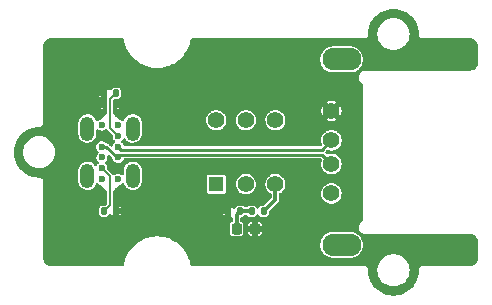
<source format=gbr>
%TF.GenerationSoftware,KiCad,Pcbnew,(6.0.7-1)-1*%
%TF.CreationDate,2022-09-13T18:31:53+08:00*%
%TF.ProjectId,0102-USB-SWITCH,30313032-2d55-4534-922d-535749544348,V1.1*%
%TF.SameCoordinates,Original*%
%TF.FileFunction,Copper,L1,Top*%
%TF.FilePolarity,Positive*%
%FSLAX46Y46*%
G04 Gerber Fmt 4.6, Leading zero omitted, Abs format (unit mm)*
G04 Created by KiCad (PCBNEW (6.0.7-1)-1) date 2022-09-13 18:31:53*
%MOMM*%
%LPD*%
G01*
G04 APERTURE LIST*
G04 Aperture macros list*
%AMRoundRect*
0 Rectangle with rounded corners*
0 $1 Rounding radius*
0 $2 $3 $4 $5 $6 $7 $8 $9 X,Y pos of 4 corners*
0 Add a 4 corners polygon primitive as box body*
4,1,4,$2,$3,$4,$5,$6,$7,$8,$9,$2,$3,0*
0 Add four circle primitives for the rounded corners*
1,1,$1+$1,$2,$3*
1,1,$1+$1,$4,$5*
1,1,$1+$1,$6,$7*
1,1,$1+$1,$8,$9*
0 Add four rect primitives between the rounded corners*
20,1,$1+$1,$2,$3,$4,$5,0*
20,1,$1+$1,$4,$5,$6,$7,0*
20,1,$1+$1,$6,$7,$8,$9,0*
20,1,$1+$1,$8,$9,$2,$3,0*%
G04 Aperture macros list end*
%TA.AperFunction,SMDPad,CuDef*%
%ADD10RoundRect,0.135000X0.135000X0.185000X-0.135000X0.185000X-0.135000X-0.185000X0.135000X-0.185000X0*%
%TD*%
%TA.AperFunction,ComponentPad*%
%ADD11R,1.300000X1.300000*%
%TD*%
%TA.AperFunction,ComponentPad*%
%ADD12C,1.400000*%
%TD*%
%TA.AperFunction,SMDPad,CuDef*%
%ADD13RoundRect,0.218750X0.218750X0.256250X-0.218750X0.256250X-0.218750X-0.256250X0.218750X-0.256250X0*%
%TD*%
%TA.AperFunction,ComponentPad*%
%ADD14C,0.600000*%
%TD*%
%TA.AperFunction,ComponentPad*%
%ADD15O,1.200000X2.100000*%
%TD*%
%TA.AperFunction,SMDPad,CuDef*%
%ADD16RoundRect,0.135000X-0.135000X-0.185000X0.135000X-0.185000X0.135000X0.185000X-0.135000X0.185000X0*%
%TD*%
%TA.AperFunction,ComponentPad*%
%ADD17C,1.420000*%
%TD*%
%TA.AperFunction,ComponentPad*%
%ADD18O,3.300000X1.900000*%
%TD*%
%TA.AperFunction,ViaPad*%
%ADD19C,0.500000*%
%TD*%
%TA.AperFunction,Conductor*%
%ADD20C,0.280000*%
%TD*%
%TA.AperFunction,Conductor*%
%ADD21C,0.350000*%
%TD*%
%TA.AperFunction,Conductor*%
%ADD22C,0.200000*%
%TD*%
G04 APERTURE END LIST*
D10*
%TO.P,R1,1*%
%TO.N,/VOUT*%
X21310000Y7300000D03*
%TO.P,R1,2*%
%TO.N,Net-(D1-Pad2)*%
X20290000Y7300000D03*
%TD*%
%TO.P,R2,1*%
%TO.N,Net-(D1-Pad2)*%
X19310000Y7300000D03*
%TO.P,R2,2*%
%TO.N,GND*%
X18290000Y7300000D03*
%TD*%
D11*
%TO.P,SW1,1,A*%
%TO.N,unconnected-(SW1-Pad1)*%
X17300000Y9600000D03*
D12*
%TO.P,SW1,2,B*%
%TO.N,/VIN*%
X19800000Y9600000D03*
%TO.P,SW1,3,C*%
%TO.N,/VOUT*%
X22300000Y9600000D03*
%TO.P,SW1,4,A*%
%TO.N,unconnected-(SW1-Pad4)*%
X17300000Y15000000D03*
%TO.P,SW1,5,B*%
%TO.N,unconnected-(SW1-Pad5)*%
X19800000Y15000000D03*
%TO.P,SW1,6,C*%
%TO.N,unconnected-(SW1-Pad6)*%
X22300000Y15000000D03*
%TD*%
D13*
%TO.P,D1,1,K*%
%TO.N,GND*%
X20587500Y5800000D03*
%TO.P,D1,2,A*%
%TO.N,Net-(D1-Pad2)*%
X19012500Y5800000D03*
%TD*%
D14*
%TO.P,J1,A1,GND*%
%TO.N,GND*%
X7600000Y9050000D03*
%TO.P,J1,A4,VBUS*%
%TO.N,/VIN*%
X7600000Y10000000D03*
%TO.P,J1,A5,CC1*%
%TO.N,Net-(J1-PadA5)*%
X7600000Y10950000D03*
%TO.P,J1,A6,D+*%
%TO.N,/D+*%
X7600000Y11850000D03*
%TO.P,J1,A7,D-*%
%TO.N,/D-*%
X7600000Y12750000D03*
%TO.P,J1,A9,VBUS*%
%TO.N,/VIN*%
X7600000Y14600000D03*
%TO.P,J1,A12,GND*%
%TO.N,GND*%
X7600000Y15550000D03*
%TO.P,J1,B1,GND*%
X9000000Y15550000D03*
%TO.P,J1,B4,VBUS*%
%TO.N,/VIN*%
X9000000Y14600000D03*
%TO.P,J1,B5,CC2*%
%TO.N,Net-(J1-PadB5)*%
X9000000Y13650000D03*
%TO.P,J1,B6,D+*%
%TO.N,/D+*%
X9000000Y12750000D03*
%TO.P,J1,B7,D-*%
%TO.N,/D-*%
X9000000Y11850000D03*
%TO.P,J1,B9,VBUS*%
%TO.N,/VIN*%
X9000000Y10000000D03*
%TO.P,J1,B12,GND*%
%TO.N,GND*%
X9000000Y9050000D03*
D15*
%TO.P,J1,S1,SHIELD*%
%TO.N,unconnected-(J1-PadS1)*%
X10230000Y10300000D03*
X10230000Y14300000D03*
X6370000Y14300000D03*
X6370000Y10300000D03*
%TD*%
D10*
%TO.P,R3,1*%
%TO.N,GND*%
X8810000Y7300000D03*
%TO.P,R3,2*%
%TO.N,Net-(J1-PadA5)*%
X7790000Y7300000D03*
%TD*%
D16*
%TO.P,R4,1*%
%TO.N,GND*%
X7790000Y17300000D03*
%TO.P,R4,2*%
%TO.N,Net-(J1-PadB5)*%
X8810000Y17300000D03*
%TD*%
D17*
%TO.P,J2,1,VBUS*%
%TO.N,/VOUT*%
X27050000Y8800000D03*
%TO.P,J2,2,D-*%
%TO.N,/D-*%
X27050000Y11300000D03*
%TO.P,J2,3,D+*%
%TO.N,/D+*%
X27050000Y13300000D03*
%TO.P,J2,4,GND*%
%TO.N,GND*%
X27050000Y15800000D03*
D18*
%TO.P,J2,5,Shield*%
%TO.N,unconnected-(J2-Pad5)*%
X27900000Y4450000D03*
X27900000Y20150000D03*
%TD*%
D19*
%TO.N,GND*%
X12800000Y8300000D03*
X12800000Y7300000D03*
X12800000Y16300000D03*
X12800000Y17300000D03*
X6800000Y6800000D03*
X6800000Y17800000D03*
X13800000Y17300000D03*
X13800000Y8300000D03*
X3300000Y9800000D03*
X19800000Y3300000D03*
X17300000Y3300000D03*
X17300000Y21300000D03*
X22300000Y21300000D03*
X3300000Y14800000D03*
X13800000Y16300000D03*
X3300000Y17300000D03*
X22300000Y3300000D03*
X24800000Y21300000D03*
X19800000Y21300000D03*
X24800000Y3300000D03*
X13800000Y7300000D03*
X5800000Y6800000D03*
X3300000Y7300000D03*
X5800000Y17800000D03*
%TD*%
D20*
%TO.N,/D+*%
X9235000Y12515000D02*
X26265000Y12515000D01*
X26265000Y12515000D02*
X27050000Y13300000D01*
X9000000Y12750000D02*
X9235000Y12515000D01*
%TO.N,/D-*%
X7600000Y12750000D02*
X7978798Y12750000D01*
X7978798Y12750000D02*
X8878798Y11850000D01*
X8878798Y11850000D02*
X9000000Y11850000D01*
X9000000Y11850000D02*
X9235000Y12085000D01*
X26265000Y12085000D02*
X27050000Y11300000D01*
X9235000Y12085000D02*
X26265000Y12085000D01*
D21*
%TO.N,Net-(D1-Pad2)*%
X19012500Y7002500D02*
X19310000Y7300000D01*
X20290000Y7300000D02*
X19310000Y7300000D01*
X19012500Y5800000D02*
X19012500Y7002500D01*
D22*
%TO.N,Net-(J1-PadB5)*%
X8300000Y14350000D02*
X8300000Y16790000D01*
X8300000Y16790000D02*
X8810000Y17300000D01*
X9000000Y13650000D02*
X8300000Y14350000D01*
%TO.N,Net-(J1-PadA5)*%
X8300000Y10250000D02*
X8300000Y7810000D01*
X8300000Y7810000D02*
X7790000Y7300000D01*
X7600000Y10950000D02*
X8300000Y10250000D01*
D21*
%TO.N,/VOUT*%
X22300000Y9600000D02*
X22300000Y8290000D01*
X22300000Y8290000D02*
X21310000Y7300000D01*
%TD*%
%TA.AperFunction,Conductor*%
%TO.N,GND*%
G36*
X32414617Y24441988D02*
G01*
X32572324Y24431651D01*
X32588664Y24429500D01*
X32848231Y24377869D01*
X32864152Y24373603D01*
X33114759Y24288533D01*
X33129985Y24282226D01*
X33367342Y24165175D01*
X33381616Y24156934D01*
X33601663Y24009903D01*
X33614739Y23999870D01*
X33813717Y23825371D01*
X33825371Y23813717D01*
X33999870Y23614739D01*
X34009903Y23601663D01*
X34156934Y23381616D01*
X34165175Y23367342D01*
X34282226Y23129985D01*
X34288533Y23114759D01*
X34373603Y22864152D01*
X34377869Y22848231D01*
X34429500Y22588664D01*
X34431651Y22572324D01*
X34448214Y22319628D01*
X34448349Y22315517D01*
X34444191Y22300000D01*
X34448484Y22283978D01*
X34448484Y22281468D01*
X34449761Y22275047D01*
X34458522Y22208501D01*
X34461681Y22200874D01*
X34461682Y22200871D01*
X34469465Y22182082D01*
X34493839Y22123238D01*
X34550021Y22050021D01*
X34556571Y22044995D01*
X34574931Y22030907D01*
X34623238Y21993839D01*
X34665870Y21976180D01*
X34700871Y21961682D01*
X34700874Y21961681D01*
X34708501Y21958522D01*
X34775047Y21949761D01*
X34781468Y21948484D01*
X34783978Y21948484D01*
X34800000Y21944191D01*
X34816022Y21948484D01*
X34828685Y21948484D01*
X34836402Y21949500D01*
X38763598Y21949500D01*
X38771315Y21948484D01*
X38783978Y21948484D01*
X38800000Y21944191D01*
X38813583Y21947830D01*
X38816043Y21947692D01*
X38930420Y21934805D01*
X38957928Y21928526D01*
X39068407Y21889868D01*
X39093820Y21877631D01*
X39192943Y21815349D01*
X39214998Y21797759D01*
X39297759Y21714998D01*
X39315349Y21692943D01*
X39377631Y21593820D01*
X39389868Y21568407D01*
X39428526Y21457928D01*
X39434805Y21430420D01*
X39447692Y21316043D01*
X39447830Y21313583D01*
X39444191Y21300000D01*
X39448484Y21283978D01*
X39448484Y21271315D01*
X39449500Y21263598D01*
X39449500Y19886402D01*
X39448484Y19878685D01*
X39448484Y19866022D01*
X39444191Y19850000D01*
X39447830Y19836417D01*
X39447692Y19833957D01*
X39434805Y19719580D01*
X39428526Y19692072D01*
X39389868Y19581593D01*
X39377631Y19556180D01*
X39315349Y19457057D01*
X39297759Y19435002D01*
X39214998Y19352241D01*
X39192943Y19334651D01*
X39093820Y19272369D01*
X39068407Y19260132D01*
X38957928Y19221474D01*
X38930420Y19215195D01*
X38816043Y19202308D01*
X38813583Y19202170D01*
X38800000Y19205809D01*
X38783978Y19201516D01*
X38771315Y19201516D01*
X38763598Y19200500D01*
X29936402Y19200500D01*
X29928685Y19201516D01*
X29916022Y19201516D01*
X29900000Y19205809D01*
X29891360Y19203494D01*
X29875941Y19201622D01*
X29875940Y19201622D01*
X29774855Y19189348D01*
X29774852Y19189347D01*
X29767289Y19188429D01*
X29642291Y19141023D01*
X29532270Y19065081D01*
X29443620Y18965016D01*
X29440077Y18958265D01*
X29440076Y18958264D01*
X29385033Y18853390D01*
X29385031Y18853386D01*
X29381493Y18846644D01*
X29379671Y18839251D01*
X29379670Y18839249D01*
X29363773Y18774750D01*
X29349500Y18716843D01*
X29349500Y18583157D01*
X29351322Y18575767D01*
X29351322Y18575763D01*
X29379670Y18460751D01*
X29381493Y18453356D01*
X29385031Y18446614D01*
X29385033Y18446610D01*
X29408128Y18402607D01*
X29443620Y18334984D01*
X29532270Y18234919D01*
X29642291Y18158977D01*
X29668182Y18149158D01*
X29724780Y18106302D01*
X29749226Y18039647D01*
X29749500Y18031347D01*
X29749500Y6568653D01*
X29729498Y6500532D01*
X29675842Y6454039D01*
X29668206Y6450851D01*
X29642291Y6441023D01*
X29532270Y6365081D01*
X29443620Y6265016D01*
X29440077Y6258265D01*
X29440076Y6258264D01*
X29385033Y6153390D01*
X29385031Y6153386D01*
X29381493Y6146644D01*
X29379671Y6139251D01*
X29379670Y6139249D01*
X29361998Y6067548D01*
X29349500Y6016843D01*
X29349500Y5883157D01*
X29351322Y5875767D01*
X29351322Y5875763D01*
X29379670Y5760751D01*
X29381493Y5753356D01*
X29385031Y5746614D01*
X29385033Y5746610D01*
X29440076Y5641736D01*
X29443620Y5634984D01*
X29532270Y5534919D01*
X29642291Y5458977D01*
X29676872Y5445862D01*
X29723928Y5428016D01*
X29767289Y5411571D01*
X29774852Y5410653D01*
X29774855Y5410652D01*
X29875758Y5398400D01*
X29875760Y5398400D01*
X29891360Y5396506D01*
X29900000Y5394191D01*
X29916022Y5398484D01*
X29928685Y5398484D01*
X29936402Y5399500D01*
X38763598Y5399500D01*
X38771315Y5398484D01*
X38783978Y5398484D01*
X38800000Y5394191D01*
X38813583Y5397830D01*
X38816043Y5397692D01*
X38930420Y5384805D01*
X38957928Y5378526D01*
X39068407Y5339868D01*
X39093820Y5327631D01*
X39192943Y5265349D01*
X39214998Y5247759D01*
X39297759Y5164998D01*
X39315349Y5142943D01*
X39377631Y5043820D01*
X39389868Y5018407D01*
X39428526Y4907928D01*
X39434805Y4880420D01*
X39447692Y4766043D01*
X39447830Y4763583D01*
X39444191Y4750000D01*
X39448484Y4733978D01*
X39448484Y4721315D01*
X39449500Y4713598D01*
X39449500Y3336402D01*
X39448484Y3328685D01*
X39448484Y3316022D01*
X39444191Y3300000D01*
X39447830Y3286417D01*
X39447692Y3283957D01*
X39434805Y3169580D01*
X39428526Y3142072D01*
X39389868Y3031593D01*
X39377631Y3006180D01*
X39315349Y2907057D01*
X39297759Y2885002D01*
X39214998Y2802241D01*
X39192943Y2784651D01*
X39093820Y2722369D01*
X39068407Y2710132D01*
X38957928Y2671474D01*
X38930420Y2665195D01*
X38816043Y2652308D01*
X38813583Y2652170D01*
X38800000Y2655809D01*
X38783978Y2651516D01*
X38771315Y2651516D01*
X38763598Y2650500D01*
X34836402Y2650500D01*
X34828685Y2651516D01*
X34816022Y2651516D01*
X34800000Y2655809D01*
X34783978Y2651516D01*
X34781468Y2651516D01*
X34775047Y2650239D01*
X34708501Y2641478D01*
X34700874Y2638319D01*
X34700871Y2638318D01*
X34665870Y2623820D01*
X34623238Y2606161D01*
X34616687Y2601134D01*
X34616685Y2601133D01*
X34563732Y2560500D01*
X34550021Y2549979D01*
X34493839Y2476762D01*
X34485105Y2455676D01*
X34463456Y2403410D01*
X34458522Y2391499D01*
X34457444Y2383310D01*
X34449761Y2324953D01*
X34448484Y2318534D01*
X34448484Y2316023D01*
X34444191Y2300000D01*
X34448349Y2284482D01*
X34448215Y2280383D01*
X34431651Y2027676D01*
X34429500Y2011336D01*
X34377869Y1751769D01*
X34373603Y1735848D01*
X34288533Y1485241D01*
X34282226Y1470015D01*
X34165175Y1232658D01*
X34156934Y1218384D01*
X34009903Y998337D01*
X33999870Y985261D01*
X33825371Y786283D01*
X33813717Y774629D01*
X33614739Y600130D01*
X33601663Y590097D01*
X33381616Y443066D01*
X33367342Y434825D01*
X33129985Y317774D01*
X33114759Y311467D01*
X32864152Y226397D01*
X32848231Y222131D01*
X32588664Y170500D01*
X32572324Y168349D01*
X32414617Y158012D01*
X32308239Y151040D01*
X32291761Y151040D01*
X32185383Y158012D01*
X32027676Y168349D01*
X32011336Y170500D01*
X31751769Y222131D01*
X31735848Y226397D01*
X31485241Y311467D01*
X31470015Y317774D01*
X31232658Y434825D01*
X31218384Y443066D01*
X30998337Y590097D01*
X30985261Y600130D01*
X30786283Y774629D01*
X30774629Y786283D01*
X30600130Y985261D01*
X30590097Y998337D01*
X30443066Y1218384D01*
X30434825Y1232658D01*
X30317774Y1470015D01*
X30311467Y1485241D01*
X30226397Y1735848D01*
X30222131Y1751769D01*
X30170500Y2011336D01*
X30168349Y2027676D01*
X30151785Y2280383D01*
X30151651Y2284482D01*
X30155809Y2300000D01*
X30944341Y2300000D01*
X30964937Y2064592D01*
X30966361Y2059278D01*
X30966361Y2059277D01*
X30981150Y2004085D01*
X31026097Y1836337D01*
X31028419Y1831357D01*
X31028420Y1831355D01*
X31083851Y1712485D01*
X31125965Y1622171D01*
X31261505Y1428599D01*
X31428599Y1261505D01*
X31622171Y1125965D01*
X31627149Y1123644D01*
X31627152Y1123642D01*
X31831355Y1028420D01*
X31836337Y1026097D01*
X31841645Y1024675D01*
X31841647Y1024674D01*
X32059277Y966361D01*
X32064592Y964937D01*
X32167682Y955918D01*
X32238310Y949738D01*
X32238317Y949738D01*
X32241034Y949500D01*
X32358966Y949500D01*
X32361683Y949738D01*
X32361690Y949738D01*
X32432318Y955918D01*
X32535408Y964937D01*
X32540723Y966361D01*
X32758353Y1024674D01*
X32758355Y1024675D01*
X32763663Y1026097D01*
X32768645Y1028420D01*
X32972848Y1123642D01*
X32972851Y1123644D01*
X32977829Y1125965D01*
X33171401Y1261505D01*
X33338495Y1428599D01*
X33341655Y1433111D01*
X33470878Y1617661D01*
X33470881Y1617666D01*
X33474035Y1622170D01*
X33476358Y1627152D01*
X33476361Y1627157D01*
X33571580Y1831355D01*
X33571581Y1831356D01*
X33573903Y1836337D01*
X33618851Y2004085D01*
X33633639Y2059277D01*
X33633639Y2059278D01*
X33635063Y2064592D01*
X33655659Y2300000D01*
X33635063Y2535408D01*
X33604006Y2651317D01*
X33575326Y2758353D01*
X33575325Y2758355D01*
X33573903Y2763663D01*
X33571580Y2768645D01*
X33476358Y2972848D01*
X33476356Y2972851D01*
X33474035Y2977829D01*
X33338495Y3171401D01*
X33171401Y3338495D01*
X32977829Y3474035D01*
X32972851Y3476356D01*
X32972848Y3476358D01*
X32768645Y3571580D01*
X32768643Y3571581D01*
X32763663Y3573903D01*
X32758355Y3575325D01*
X32758353Y3575326D01*
X32540723Y3633639D01*
X32540722Y3633639D01*
X32535408Y3635063D01*
X32432318Y3644082D01*
X32361690Y3650262D01*
X32361683Y3650262D01*
X32358966Y3650500D01*
X32241034Y3650500D01*
X32238317Y3650262D01*
X32238310Y3650262D01*
X32167682Y3644082D01*
X32064592Y3635063D01*
X32059278Y3633639D01*
X32059277Y3633639D01*
X31841647Y3575326D01*
X31841645Y3575325D01*
X31836337Y3573903D01*
X31831357Y3571581D01*
X31831355Y3571580D01*
X31627152Y3476358D01*
X31627149Y3476356D01*
X31622171Y3474035D01*
X31428599Y3338495D01*
X31261505Y3171401D01*
X31258348Y3166893D01*
X31258346Y3166890D01*
X31145810Y3006172D01*
X31125965Y2977830D01*
X31123642Y2972848D01*
X31123639Y2972843D01*
X31044086Y2802241D01*
X31026097Y2763663D01*
X31024675Y2758355D01*
X31024674Y2758353D01*
X30995994Y2651317D01*
X30964937Y2535408D01*
X30944341Y2300000D01*
X30155809Y2300000D01*
X30151516Y2316023D01*
X30151516Y2318534D01*
X30150239Y2324953D01*
X30142556Y2383310D01*
X30141478Y2391499D01*
X30136545Y2403410D01*
X30114895Y2455676D01*
X30106161Y2476762D01*
X30049979Y2549979D01*
X30036268Y2560500D01*
X29983315Y2601133D01*
X29983313Y2601134D01*
X29976762Y2606161D01*
X29934130Y2623820D01*
X29899129Y2638318D01*
X29899126Y2638319D01*
X29891499Y2641478D01*
X29824953Y2650239D01*
X29818532Y2651516D01*
X29816022Y2651516D01*
X29800000Y2655809D01*
X29783978Y2651516D01*
X29771315Y2651516D01*
X29763598Y2650500D01*
X15246785Y2650500D01*
X15178664Y2670502D01*
X15132171Y2724158D01*
X15121873Y2759977D01*
X15112023Y2834443D01*
X15112022Y2834446D01*
X15111547Y2838040D01*
X15075217Y2982334D01*
X15062814Y3031593D01*
X15031115Y3157492D01*
X15027559Y3166889D01*
X14915800Y3462194D01*
X14915797Y3462202D01*
X14914515Y3465588D01*
X14854142Y3582425D01*
X14764961Y3755015D01*
X14764958Y3755021D01*
X14763290Y3758248D01*
X14579443Y4031596D01*
X14577091Y4034348D01*
X14367763Y4279257D01*
X14367761Y4279259D01*
X14365408Y4282012D01*
X14362756Y4284475D01*
X14362751Y4284480D01*
X14225876Y4411591D01*
X14126365Y4504004D01*
X26095814Y4504004D01*
X26105523Y4294233D01*
X26106927Y4288408D01*
X26106927Y4288407D01*
X26131084Y4188174D01*
X26154724Y4090082D01*
X26157206Y4084624D01*
X26157207Y4084620D01*
X26200320Y3989799D01*
X26241640Y3898919D01*
X26302429Y3813222D01*
X26343719Y3755015D01*
X26363137Y3727640D01*
X26514831Y3582425D01*
X26519866Y3579174D01*
X26686209Y3471767D01*
X26686212Y3471766D01*
X26691246Y3468515D01*
X26696809Y3466273D01*
X26880455Y3392261D01*
X26880458Y3392260D01*
X26886019Y3390019D01*
X26891900Y3388871D01*
X26891905Y3388869D01*
X27087676Y3350638D01*
X27087679Y3350638D01*
X27092122Y3349770D01*
X27097643Y3349500D01*
X28652469Y3349500D01*
X28809046Y3364439D01*
X28814802Y3366128D01*
X28814804Y3366128D01*
X28903883Y3392261D01*
X29010549Y3423553D01*
X29113076Y3476358D01*
X29191908Y3516959D01*
X29191911Y3516961D01*
X29197239Y3519705D01*
X29272947Y3579174D01*
X29357662Y3645718D01*
X29357667Y3645722D01*
X29362379Y3649424D01*
X29366311Y3653955D01*
X29496079Y3803498D01*
X29496083Y3803503D01*
X29500010Y3808029D01*
X29605166Y3989799D01*
X29642575Y4097527D01*
X29672086Y4182509D01*
X29672086Y4182511D01*
X29674053Y4188174D01*
X29689431Y4294233D01*
X29703325Y4390056D01*
X29703325Y4390059D01*
X29704186Y4395996D01*
X29694477Y4605767D01*
X29645276Y4809918D01*
X29642621Y4815759D01*
X29560840Y4995626D01*
X29558360Y5001081D01*
X29436863Y5172360D01*
X29285169Y5317575D01*
X29250643Y5339868D01*
X29113791Y5428233D01*
X29113788Y5428234D01*
X29108754Y5431485D01*
X29071192Y5446623D01*
X28919545Y5507739D01*
X28919542Y5507740D01*
X28913981Y5509981D01*
X28908100Y5511129D01*
X28908095Y5511131D01*
X28712324Y5549362D01*
X28712321Y5549362D01*
X28707878Y5550230D01*
X28702357Y5550500D01*
X27147531Y5550500D01*
X26990954Y5535561D01*
X26985198Y5533872D01*
X26985196Y5533872D01*
X26907679Y5511131D01*
X26789451Y5476447D01*
X26706505Y5433727D01*
X26608092Y5383041D01*
X26608089Y5383039D01*
X26602761Y5380295D01*
X26551295Y5339868D01*
X26442338Y5254282D01*
X26442333Y5254278D01*
X26437621Y5250576D01*
X26433690Y5246046D01*
X26433689Y5246045D01*
X26303921Y5096502D01*
X26303917Y5096497D01*
X26299990Y5091971D01*
X26194834Y4910201D01*
X26179382Y4865704D01*
X26132323Y4730186D01*
X26125947Y4711826D01*
X26125086Y4705891D01*
X26125086Y4705889D01*
X26109701Y4599777D01*
X26095814Y4504004D01*
X14126365Y4504004D01*
X14124022Y4506180D01*
X13858479Y4701131D01*
X13658076Y4815380D01*
X13575447Y4862487D01*
X13575442Y4862490D01*
X13572296Y4864283D01*
X13269265Y4993475D01*
X13095197Y5045014D01*
X12956874Y5085969D01*
X12956866Y5085971D01*
X12953397Y5086998D01*
X12628876Y5143611D01*
X12300000Y5162566D01*
X11971124Y5143611D01*
X11646603Y5086998D01*
X11643134Y5085971D01*
X11643126Y5085969D01*
X11504803Y5045014D01*
X11330735Y4993475D01*
X11027704Y4864283D01*
X11024558Y4862490D01*
X11024553Y4862487D01*
X10941924Y4815380D01*
X10741521Y4701131D01*
X10475978Y4506180D01*
X10374124Y4411591D01*
X10237249Y4284480D01*
X10237244Y4284475D01*
X10234592Y4282012D01*
X10232239Y4279259D01*
X10232237Y4279257D01*
X10022909Y4034348D01*
X10020557Y4031596D01*
X9836710Y3758248D01*
X9835042Y3755021D01*
X9835039Y3755015D01*
X9745858Y3582425D01*
X9685485Y3465588D01*
X9684203Y3462202D01*
X9684200Y3462194D01*
X9572441Y3166889D01*
X9568885Y3157492D01*
X9537186Y3031593D01*
X9524784Y2982334D01*
X9488453Y2838040D01*
X9487978Y2834446D01*
X9487977Y2834443D01*
X9478127Y2759977D01*
X9449365Y2695067D01*
X9390075Y2656012D01*
X9353215Y2650500D01*
X3336402Y2650500D01*
X3328685Y2651516D01*
X3316022Y2651516D01*
X3300000Y2655809D01*
X3286417Y2652170D01*
X3283957Y2652308D01*
X3169580Y2665195D01*
X3142072Y2671474D01*
X3031593Y2710132D01*
X3006180Y2722369D01*
X2907057Y2784651D01*
X2885002Y2802241D01*
X2802241Y2885002D01*
X2784651Y2907057D01*
X2722369Y3006180D01*
X2710132Y3031593D01*
X2671474Y3142072D01*
X2665195Y3169580D01*
X2652308Y3283957D01*
X2652170Y3286417D01*
X2655809Y3300000D01*
X2651516Y3316022D01*
X2651516Y3328685D01*
X2650500Y3336402D01*
X2650500Y6091251D01*
X18424500Y6091251D01*
X18424501Y5508750D01*
X18425172Y5504192D01*
X18433667Y5446478D01*
X18435183Y5436175D01*
X18439498Y5427387D01*
X18439498Y5427386D01*
X18447263Y5411571D01*
X18489361Y5325829D01*
X18496727Y5318476D01*
X18496729Y5318473D01*
X18568991Y5246337D01*
X18576360Y5238981D01*
X18642584Y5206610D01*
X18677591Y5189498D01*
X18686801Y5184996D01*
X18696476Y5183585D01*
X18696478Y5183584D01*
X18754222Y5175160D01*
X18754228Y5175160D01*
X18758749Y5174500D01*
X19011532Y5174500D01*
X19266250Y5174501D01*
X19301097Y5179630D01*
X19329138Y5183757D01*
X19329139Y5183757D01*
X19338825Y5185183D01*
X19347613Y5189498D01*
X19347614Y5189498D01*
X19439826Y5234773D01*
X19449171Y5239361D01*
X19456524Y5246727D01*
X19456527Y5246729D01*
X19528663Y5318991D01*
X19528664Y5318992D01*
X19536019Y5326360D01*
X19590004Y5436801D01*
X19593871Y5463306D01*
X19599840Y5504222D01*
X19599840Y5504228D01*
X19600500Y5508749D01*
X19600500Y5513404D01*
X20000000Y5513404D01*
X20000670Y5504244D01*
X20009243Y5446006D01*
X20014984Y5427532D01*
X20060182Y5335475D01*
X20072147Y5318763D01*
X20144282Y5246754D01*
X20161011Y5234820D01*
X20253160Y5189777D01*
X20271624Y5184070D01*
X20315575Y5177658D01*
X20329493Y5179630D01*
X20333481Y5193159D01*
X20841500Y5193159D01*
X20845453Y5179697D01*
X20859527Y5177698D01*
X20903994Y5184243D01*
X20922468Y5189984D01*
X21014525Y5235182D01*
X21031237Y5247147D01*
X21103246Y5319282D01*
X21115180Y5336011D01*
X21160224Y5428162D01*
X21165930Y5446623D01*
X21174340Y5504271D01*
X21175000Y5513371D01*
X21175000Y5527885D01*
X21170525Y5543124D01*
X21169135Y5544329D01*
X21161452Y5546000D01*
X20859615Y5546000D01*
X20844376Y5541525D01*
X20843171Y5540135D01*
X20841500Y5532452D01*
X20841500Y5193159D01*
X20333481Y5193159D01*
X20333500Y5193224D01*
X20333500Y5527885D01*
X20329025Y5543124D01*
X20327635Y5544329D01*
X20319952Y5546000D01*
X20018115Y5546000D01*
X20002876Y5541525D01*
X20001671Y5540135D01*
X20000000Y5532452D01*
X20000000Y5513404D01*
X19600500Y5513404D01*
X19600499Y6072115D01*
X20000000Y6072115D01*
X20004475Y6056876D01*
X20005865Y6055671D01*
X20013548Y6054000D01*
X20315385Y6054000D01*
X20330624Y6058475D01*
X20331829Y6059865D01*
X20333500Y6067548D01*
X20333500Y6072115D01*
X20841500Y6072115D01*
X20845975Y6056876D01*
X20847365Y6055671D01*
X20855048Y6054000D01*
X21156885Y6054000D01*
X21172124Y6058475D01*
X21173329Y6059865D01*
X21175000Y6067548D01*
X21175000Y6086596D01*
X21174330Y6095756D01*
X21165757Y6153994D01*
X21160016Y6172468D01*
X21114818Y6264525D01*
X21102853Y6281237D01*
X21030718Y6353246D01*
X21013989Y6365180D01*
X20921840Y6410223D01*
X20903376Y6415930D01*
X20859425Y6422342D01*
X20845507Y6420370D01*
X20841500Y6406776D01*
X20841500Y6072115D01*
X20333500Y6072115D01*
X20333500Y6406841D01*
X20329547Y6420303D01*
X20315473Y6422302D01*
X20271006Y6415757D01*
X20252532Y6410016D01*
X20160475Y6364818D01*
X20143763Y6352853D01*
X20071754Y6280718D01*
X20059820Y6263989D01*
X20014776Y6171838D01*
X20009070Y6153377D01*
X20000660Y6095729D01*
X20000000Y6086629D01*
X20000000Y6072115D01*
X19600499Y6072115D01*
X19600499Y6091250D01*
X19591353Y6153390D01*
X19591243Y6154138D01*
X19591243Y6154139D01*
X19589817Y6163825D01*
X19535639Y6274171D01*
X19528273Y6281524D01*
X19528271Y6281527D01*
X19456009Y6353663D01*
X19456008Y6353664D01*
X19448640Y6361019D01*
X19408666Y6380559D01*
X19356250Y6428445D01*
X19338000Y6493759D01*
X19338000Y6703501D01*
X19358002Y6771622D01*
X19411658Y6818115D01*
X19464000Y6829501D01*
X19487414Y6829501D01*
X19491111Y6829941D01*
X19491116Y6829941D01*
X19497257Y6830672D01*
X19512310Y6832462D01*
X19609510Y6875637D01*
X19617846Y6883987D01*
X19671283Y6937518D01*
X19733565Y6971597D01*
X19760456Y6974500D01*
X19839458Y6974500D01*
X19907579Y6954498D01*
X19928476Y6937673D01*
X19982676Y6883567D01*
X19982678Y6883566D01*
X19990908Y6875350D01*
X20001548Y6870646D01*
X20079514Y6836177D01*
X20079517Y6836176D01*
X20088183Y6832345D01*
X20097594Y6831248D01*
X20097597Y6831247D01*
X20102862Y6830634D01*
X20112585Y6829500D01*
X20288487Y6829500D01*
X20467414Y6829501D01*
X20471111Y6829941D01*
X20471116Y6829941D01*
X20477257Y6830672D01*
X20492310Y6832462D01*
X20589510Y6875637D01*
X20627043Y6913235D01*
X20656433Y6942676D01*
X20656434Y6942678D01*
X20664650Y6950908D01*
X20684763Y6996404D01*
X20730601Y7050619D01*
X20798474Y7071446D01*
X20866833Y7052272D01*
X20915154Y6996603D01*
X20935637Y6950490D01*
X20948632Y6937518D01*
X21002676Y6883567D01*
X21002678Y6883566D01*
X21010908Y6875350D01*
X21021548Y6870646D01*
X21099514Y6836177D01*
X21099517Y6836176D01*
X21108183Y6832345D01*
X21117594Y6831248D01*
X21117597Y6831247D01*
X21122862Y6830634D01*
X21132585Y6829500D01*
X21308487Y6829500D01*
X21487414Y6829501D01*
X21491111Y6829941D01*
X21491116Y6829941D01*
X21497257Y6830672D01*
X21512310Y6832462D01*
X21609510Y6875637D01*
X21647043Y6913235D01*
X21676433Y6942676D01*
X21676434Y6942678D01*
X21684650Y6950908D01*
X21705125Y6997221D01*
X21723823Y7039514D01*
X21723824Y7039517D01*
X21727655Y7048183D01*
X21730500Y7072585D01*
X21730500Y7207983D01*
X21750502Y7276104D01*
X21767405Y7297078D01*
X22516222Y8045895D01*
X22524326Y8053322D01*
X22544749Y8070459D01*
X22553194Y8077545D01*
X22572039Y8110185D01*
X22577943Y8119453D01*
X22593231Y8141287D01*
X22599553Y8150316D01*
X22602406Y8160962D01*
X22603883Y8164130D01*
X22605076Y8167407D01*
X22610588Y8176955D01*
X22617132Y8214069D01*
X22619512Y8224804D01*
X22626410Y8250546D01*
X22629263Y8261193D01*
X22625979Y8298731D01*
X22625500Y8309712D01*
X22625500Y8732108D01*
X22645435Y8800000D01*
X26184760Y8800000D01*
X26203668Y8620106D01*
X26259564Y8448075D01*
X26262867Y8442353D01*
X26262868Y8442352D01*
X26345788Y8298731D01*
X26350006Y8291425D01*
X26471041Y8157001D01*
X26476383Y8153120D01*
X26476385Y8153118D01*
X26580403Y8077545D01*
X26617380Y8050680D01*
X26623408Y8047996D01*
X26623410Y8047995D01*
X26628127Y8045895D01*
X26782626Y7977108D01*
X26871092Y7958304D01*
X26953101Y7940872D01*
X26953105Y7940872D01*
X26959558Y7939500D01*
X27140442Y7939500D01*
X27146895Y7940872D01*
X27146899Y7940872D01*
X27228908Y7958304D01*
X27317374Y7977108D01*
X27471873Y8045895D01*
X27476590Y8047995D01*
X27476592Y8047996D01*
X27482620Y8050680D01*
X27519597Y8077545D01*
X27623615Y8153118D01*
X27623617Y8153120D01*
X27628959Y8157001D01*
X27749994Y8291425D01*
X27754213Y8298731D01*
X27837132Y8442352D01*
X27837133Y8442353D01*
X27840436Y8448075D01*
X27896332Y8620106D01*
X27915240Y8800000D01*
X27901032Y8935180D01*
X27897022Y8973330D01*
X27897022Y8973331D01*
X27896332Y8979894D01*
X27878721Y9034097D01*
X27842478Y9145640D01*
X27840436Y9151925D01*
X27816344Y9193654D01*
X27753298Y9302853D01*
X27753296Y9302856D01*
X27749994Y9308575D01*
X27628959Y9442999D01*
X27623617Y9446880D01*
X27623615Y9446882D01*
X27487962Y9545439D01*
X27487961Y9545440D01*
X27482620Y9549320D01*
X27476592Y9552004D01*
X27476590Y9552005D01*
X27323405Y9620207D01*
X27323404Y9620207D01*
X27317374Y9622892D01*
X27199495Y9647948D01*
X27146899Y9659128D01*
X27146895Y9659128D01*
X27140442Y9660500D01*
X26959558Y9660500D01*
X26953105Y9659128D01*
X26953101Y9659128D01*
X26900505Y9647948D01*
X26782626Y9622892D01*
X26776596Y9620207D01*
X26776595Y9620207D01*
X26623410Y9552005D01*
X26623408Y9552004D01*
X26617380Y9549320D01*
X26612039Y9545440D01*
X26612038Y9545439D01*
X26476385Y9446882D01*
X26476383Y9446880D01*
X26471041Y9442999D01*
X26350006Y9308575D01*
X26346704Y9302856D01*
X26346702Y9302853D01*
X26283656Y9193654D01*
X26259564Y9151925D01*
X26257522Y9145640D01*
X26221280Y9034097D01*
X26203668Y8979894D01*
X26202978Y8973331D01*
X26202978Y8973330D01*
X26198968Y8935180D01*
X26184760Y8800000D01*
X22645435Y8800000D01*
X22645502Y8800229D01*
X22700250Y8847214D01*
X22727593Y8859388D01*
X22757282Y8880958D01*
X22866891Y8960595D01*
X22872230Y8964474D01*
X22885898Y8979653D01*
X22987440Y9092427D01*
X22987441Y9092428D01*
X22991859Y9097335D01*
X23081250Y9252165D01*
X23136497Y9422197D01*
X23137397Y9430755D01*
X23154495Y9593435D01*
X23155185Y9600000D01*
X23136497Y9777803D01*
X23128461Y9802537D01*
X23097076Y9899129D01*
X23081250Y9947835D01*
X23019376Y10055005D01*
X22995162Y10096944D01*
X22991859Y10102665D01*
X22985866Y10109321D01*
X22876645Y10230623D01*
X22876643Y10230624D01*
X22872230Y10235526D01*
X22772375Y10308076D01*
X22732935Y10336731D01*
X22732933Y10336732D01*
X22727593Y10340612D01*
X22721565Y10343296D01*
X22721563Y10343297D01*
X22570298Y10410644D01*
X22570297Y10410644D01*
X22564267Y10413329D01*
X22476829Y10431915D01*
X22395848Y10449128D01*
X22395844Y10449128D01*
X22389391Y10450500D01*
X22210609Y10450500D01*
X22204156Y10449128D01*
X22204152Y10449128D01*
X22123171Y10431914D01*
X22035733Y10413329D01*
X22029703Y10410644D01*
X22029702Y10410644D01*
X21878438Y10343297D01*
X21878436Y10343296D01*
X21872408Y10340612D01*
X21867067Y10336732D01*
X21867066Y10336731D01*
X21840974Y10317774D01*
X21727770Y10235526D01*
X21723357Y10230624D01*
X21723355Y10230623D01*
X21614134Y10109321D01*
X21608141Y10102665D01*
X21604838Y10096944D01*
X21580625Y10055005D01*
X21518750Y9947835D01*
X21502924Y9899129D01*
X21471540Y9802537D01*
X21463503Y9777803D01*
X21444815Y9600000D01*
X21445505Y9593435D01*
X21462604Y9430755D01*
X21463503Y9422197D01*
X21518750Y9252165D01*
X21608141Y9097335D01*
X21612559Y9092428D01*
X21612560Y9092427D01*
X21714103Y8979653D01*
X21727770Y8964474D01*
X21733109Y8960595D01*
X21842719Y8880958D01*
X21872407Y8859388D01*
X21899750Y8847214D01*
X21953845Y8801235D01*
X21974500Y8732108D01*
X21974500Y8477017D01*
X21954498Y8408896D01*
X21937595Y8387922D01*
X21357078Y7807405D01*
X21294766Y7773379D01*
X21267984Y7770500D01*
X21145086Y7770499D01*
X21132586Y7770499D01*
X21128888Y7770059D01*
X21128885Y7770059D01*
X21124236Y7769506D01*
X21107690Y7767538D01*
X21010490Y7724363D01*
X20972957Y7686765D01*
X20943567Y7657324D01*
X20943566Y7657322D01*
X20935350Y7649092D01*
X20926204Y7628403D01*
X20915237Y7603597D01*
X20869399Y7549381D01*
X20801526Y7528554D01*
X20733167Y7547728D01*
X20684846Y7603397D01*
X20669086Y7638877D01*
X20664363Y7649510D01*
X20598045Y7715713D01*
X20597324Y7716433D01*
X20597322Y7716434D01*
X20589092Y7724650D01*
X20561802Y7736715D01*
X20500486Y7763823D01*
X20500483Y7763824D01*
X20491817Y7767655D01*
X20482406Y7768752D01*
X20482403Y7768753D01*
X20477138Y7769366D01*
X20467415Y7770500D01*
X20291513Y7770500D01*
X20112586Y7770499D01*
X20108889Y7770059D01*
X20108884Y7770059D01*
X20102743Y7769328D01*
X20087690Y7767538D01*
X19990490Y7724363D01*
X19982273Y7716132D01*
X19982272Y7716131D01*
X19928717Y7662482D01*
X19866435Y7628403D01*
X19839544Y7625500D01*
X19760542Y7625500D01*
X19692421Y7645502D01*
X19671524Y7662327D01*
X19617324Y7716433D01*
X19617322Y7716434D01*
X19609092Y7724650D01*
X19581802Y7736715D01*
X19520486Y7763823D01*
X19520483Y7763824D01*
X19511817Y7767655D01*
X19502406Y7768752D01*
X19502403Y7768753D01*
X19497138Y7769366D01*
X19487415Y7770500D01*
X19311513Y7770500D01*
X19132586Y7770499D01*
X19128889Y7770059D01*
X19128884Y7770059D01*
X19122743Y7769328D01*
X19107690Y7767538D01*
X19010490Y7724363D01*
X18972957Y7686765D01*
X18943567Y7657324D01*
X18943566Y7657322D01*
X18935350Y7649092D01*
X18914964Y7602979D01*
X18869128Y7548765D01*
X18801255Y7527937D01*
X18732897Y7547110D01*
X18684574Y7602779D01*
X18668668Y7638589D01*
X18655711Y7657442D01*
X18597037Y7716013D01*
X18578167Y7728934D01*
X18560568Y7736715D01*
X18546588Y7738552D01*
X18544000Y7734416D01*
X18544000Y6874083D01*
X18547973Y6860552D01*
X18578932Y6856101D01*
X18643513Y6826608D01*
X18681896Y6766882D01*
X18687000Y6731384D01*
X18687000Y6493726D01*
X18666998Y6425605D01*
X18616530Y6380623D01*
X18585178Y6365230D01*
X18585174Y6365227D01*
X18575829Y6360639D01*
X18568476Y6353273D01*
X18568473Y6353271D01*
X18565208Y6350000D01*
X18488981Y6273640D01*
X18434996Y6163199D01*
X18433585Y6153524D01*
X18433584Y6153522D01*
X18425165Y6095808D01*
X18424500Y6091251D01*
X2650500Y6091251D01*
X2650500Y8605672D01*
X7520502Y8605672D01*
X7522256Y8603329D01*
X7536288Y8601057D01*
X7647216Y8599024D01*
X7664856Y8601221D01*
X7666798Y8601750D01*
X7678807Y8609142D01*
X7678586Y8610923D01*
X7675862Y8614928D01*
X7612812Y8677978D01*
X7598868Y8685592D01*
X7597035Y8685461D01*
X7590420Y8681210D01*
X7527262Y8618052D01*
X7520502Y8605672D01*
X2650500Y8605672D01*
X2650500Y9046648D01*
X7146571Y9046648D01*
X7154730Y8984254D01*
X7159841Y8972672D01*
X7168560Y8977770D01*
X7227978Y9037188D01*
X7235592Y9051132D01*
X7235461Y9052965D01*
X7231210Y9059580D01*
X7170321Y9120469D01*
X7158813Y9126753D01*
X7155131Y9118010D01*
X7146788Y9064427D01*
X7146571Y9046648D01*
X2650500Y9046648D01*
X2650500Y9763598D01*
X2651516Y9771315D01*
X2651516Y9783978D01*
X2655809Y9800000D01*
X2654154Y9806178D01*
X5619500Y9806178D01*
X5630173Y9714631D01*
X5632821Y9691924D01*
X5634657Y9676172D01*
X5637153Y9669295D01*
X5637154Y9669292D01*
X5683319Y9542110D01*
X5694369Y9511669D01*
X5790323Y9365315D01*
X5917372Y9244960D01*
X6068702Y9157061D01*
X6236193Y9106333D01*
X6410862Y9095497D01*
X6418078Y9096737D01*
X6418080Y9096737D01*
X6576125Y9123894D01*
X6576127Y9123895D01*
X6583340Y9125134D01*
X6744373Y9193654D01*
X6885324Y9297383D01*
X6890063Y9302961D01*
X6890066Y9302964D01*
X6993893Y9425176D01*
X6993896Y9425180D01*
X6998632Y9430755D01*
X7049054Y9529500D01*
X7074892Y9580100D01*
X7074893Y9580102D01*
X7078219Y9586616D01*
X7079959Y9593725D01*
X7082510Y9600586D01*
X7085656Y9599416D01*
X7113629Y9647948D01*
X7176710Y9680527D01*
X7247390Y9673829D01*
X7284053Y9651262D01*
X7339029Y9602709D01*
X7347152Y9598895D01*
X7347154Y9598894D01*
X7461025Y9545432D01*
X7459465Y9542110D01*
X7504236Y9512579D01*
X7511793Y9502695D01*
X7523487Y9485723D01*
X8012595Y8996615D01*
X8046621Y8934303D01*
X8049500Y8907520D01*
X8049500Y7965950D01*
X8029498Y7897829D01*
X8012595Y7876855D01*
X7943145Y7807405D01*
X7880833Y7773379D01*
X7854051Y7770500D01*
X7632159Y7770499D01*
X7612586Y7770499D01*
X7608889Y7770059D01*
X7608884Y7770059D01*
X7602743Y7769328D01*
X7587690Y7767538D01*
X7490490Y7724363D01*
X7452957Y7686765D01*
X7423567Y7657324D01*
X7423566Y7657322D01*
X7415350Y7649092D01*
X7410647Y7638454D01*
X7410646Y7638452D01*
X7376177Y7560486D01*
X7376176Y7560483D01*
X7372345Y7551817D01*
X7369500Y7527415D01*
X7369501Y7072586D01*
X7372462Y7047690D01*
X7415637Y6950490D01*
X7428632Y6937518D01*
X7482676Y6883567D01*
X7482678Y6883566D01*
X7490908Y6875350D01*
X7501548Y6870646D01*
X7579514Y6836177D01*
X7579517Y6836176D01*
X7588183Y6832345D01*
X7597594Y6831248D01*
X7597597Y6831247D01*
X7602862Y6830634D01*
X7612585Y6829500D01*
X7788487Y6829500D01*
X7967414Y6829501D01*
X7971111Y6829941D01*
X7971116Y6829941D01*
X7977257Y6830672D01*
X7992310Y6832462D01*
X8089510Y6875637D01*
X8127043Y6913235D01*
X8156433Y6942676D01*
X8156434Y6942678D01*
X8164650Y6950908D01*
X8185036Y6997021D01*
X8230872Y7051235D01*
X8298745Y7072063D01*
X8367103Y7052890D01*
X8415426Y6997221D01*
X8431332Y6961411D01*
X8444289Y6942558D01*
X8502963Y6883987D01*
X8521833Y6871066D01*
X8539432Y6863285D01*
X8553412Y6861448D01*
X8556000Y6865584D01*
X8556000Y6874083D01*
X9064000Y6874083D01*
X9067973Y6860552D01*
X9072768Y6859863D01*
X9098591Y6871333D01*
X9117440Y6884287D01*
X9176014Y6942963D01*
X9188935Y6961835D01*
X9218818Y7029429D01*
X9219844Y7037232D01*
X17877654Y7037232D01*
X17911331Y6961413D01*
X17924289Y6942558D01*
X17982963Y6883987D01*
X18001833Y6871066D01*
X18019432Y6863285D01*
X18033412Y6861448D01*
X18036000Y6865584D01*
X18036000Y7027885D01*
X18031525Y7043124D01*
X18030135Y7044329D01*
X18022452Y7046000D01*
X17891874Y7046000D01*
X17878343Y7042027D01*
X17877654Y7037232D01*
X9219844Y7037232D01*
X9220656Y7043413D01*
X9216521Y7046000D01*
X9082115Y7046000D01*
X9066876Y7041525D01*
X9065671Y7040135D01*
X9064000Y7032452D01*
X9064000Y6874083D01*
X8556000Y6874083D01*
X8556000Y7572115D01*
X9064000Y7572115D01*
X9068475Y7556876D01*
X9069865Y7555671D01*
X9077548Y7554000D01*
X9208126Y7554000D01*
X9216937Y7556587D01*
X17879344Y7556587D01*
X17883479Y7554000D01*
X18017885Y7554000D01*
X18033124Y7558475D01*
X18034329Y7559865D01*
X18036000Y7567548D01*
X18036000Y7725917D01*
X18032027Y7739448D01*
X18027232Y7740137D01*
X18001409Y7728667D01*
X17982560Y7715713D01*
X17923986Y7657037D01*
X17911065Y7638165D01*
X17881182Y7570571D01*
X17879344Y7556587D01*
X9216937Y7556587D01*
X9221657Y7557973D01*
X9222346Y7562768D01*
X9188669Y7638587D01*
X9175711Y7657442D01*
X9117037Y7716013D01*
X9098167Y7728934D01*
X9080568Y7736715D01*
X9066588Y7738552D01*
X9064000Y7734416D01*
X9064000Y7572115D01*
X8556000Y7572115D01*
X8556000Y7725917D01*
X8554400Y7731366D01*
X8551717Y7791445D01*
X8555408Y7810000D01*
X8552921Y7822504D01*
X8550500Y7847085D01*
X8550500Y8605672D01*
X8920502Y8605672D01*
X8922256Y8603329D01*
X8936288Y8601057D01*
X9047216Y8599024D01*
X9064856Y8601221D01*
X9066798Y8601750D01*
X9078807Y8609142D01*
X9078586Y8610923D01*
X9075862Y8614928D01*
X9012812Y8677978D01*
X8998868Y8685592D01*
X8997035Y8685461D01*
X8990420Y8681210D01*
X8927262Y8618052D01*
X8920502Y8605672D01*
X8550500Y8605672D01*
X8550500Y8907520D01*
X8558622Y8935180D01*
X16499500Y8935180D01*
X16508233Y8891278D01*
X16515127Y8880960D01*
X16515128Y8880958D01*
X16526948Y8863269D01*
X16541496Y8841496D01*
X16551815Y8834601D01*
X16580958Y8815128D01*
X16580960Y8815127D01*
X16591278Y8808233D01*
X16635180Y8799500D01*
X17964820Y8799500D01*
X18008722Y8808233D01*
X18019040Y8815127D01*
X18019042Y8815128D01*
X18048185Y8834601D01*
X18058504Y8841496D01*
X18073052Y8863269D01*
X18084872Y8880958D01*
X18084873Y8880960D01*
X18091767Y8891278D01*
X18100500Y8935180D01*
X18100500Y9600000D01*
X18944815Y9600000D01*
X18945505Y9593435D01*
X18962604Y9430755D01*
X18963503Y9422197D01*
X19018750Y9252165D01*
X19108141Y9097335D01*
X19112559Y9092428D01*
X19112560Y9092427D01*
X19214103Y8979653D01*
X19227770Y8964474D01*
X19233109Y8960595D01*
X19342719Y8880958D01*
X19372407Y8859388D01*
X19378435Y8856704D01*
X19378437Y8856703D01*
X19529702Y8789356D01*
X19535733Y8786671D01*
X19623171Y8768085D01*
X19704152Y8750872D01*
X19704156Y8750872D01*
X19710609Y8749500D01*
X19889391Y8749500D01*
X19895844Y8750872D01*
X19895848Y8750872D01*
X19976829Y8768086D01*
X20064267Y8786671D01*
X20070298Y8789356D01*
X20221563Y8856703D01*
X20221565Y8856704D01*
X20227593Y8859388D01*
X20257282Y8880958D01*
X20366891Y8960595D01*
X20372230Y8964474D01*
X20385898Y8979653D01*
X20487440Y9092427D01*
X20487441Y9092428D01*
X20491859Y9097335D01*
X20581250Y9252165D01*
X20636497Y9422197D01*
X20637397Y9430755D01*
X20654495Y9593435D01*
X20655185Y9600000D01*
X20636497Y9777803D01*
X20628461Y9802537D01*
X20597076Y9899129D01*
X20581250Y9947835D01*
X20519376Y10055005D01*
X20495162Y10096944D01*
X20491859Y10102665D01*
X20485866Y10109321D01*
X20376645Y10230623D01*
X20376643Y10230624D01*
X20372230Y10235526D01*
X20272375Y10308076D01*
X20232935Y10336731D01*
X20232933Y10336732D01*
X20227593Y10340612D01*
X20221565Y10343296D01*
X20221563Y10343297D01*
X20070298Y10410644D01*
X20070297Y10410644D01*
X20064267Y10413329D01*
X19976829Y10431915D01*
X19895848Y10449128D01*
X19895844Y10449128D01*
X19889391Y10450500D01*
X19710609Y10450500D01*
X19704156Y10449128D01*
X19704152Y10449128D01*
X19623171Y10431914D01*
X19535733Y10413329D01*
X19529703Y10410644D01*
X19529702Y10410644D01*
X19378438Y10343297D01*
X19378436Y10343296D01*
X19372408Y10340612D01*
X19367067Y10336732D01*
X19367066Y10336731D01*
X19340974Y10317774D01*
X19227770Y10235526D01*
X19223357Y10230624D01*
X19223355Y10230623D01*
X19114134Y10109321D01*
X19108141Y10102665D01*
X19104838Y10096944D01*
X19080625Y10055005D01*
X19018750Y9947835D01*
X19002924Y9899129D01*
X18971540Y9802537D01*
X18963503Y9777803D01*
X18944815Y9600000D01*
X18100500Y9600000D01*
X18100500Y10264820D01*
X18091767Y10308722D01*
X18084873Y10319040D01*
X18084872Y10319042D01*
X18065399Y10348185D01*
X18058504Y10358504D01*
X18048185Y10365399D01*
X18019042Y10384872D01*
X18019040Y10384873D01*
X18008722Y10391767D01*
X17964820Y10400500D01*
X16635180Y10400500D01*
X16591278Y10391767D01*
X16580960Y10384873D01*
X16580958Y10384872D01*
X16551815Y10365399D01*
X16541496Y10358504D01*
X16534601Y10348185D01*
X16515128Y10319042D01*
X16515127Y10319040D01*
X16508233Y10308722D01*
X16499500Y10264820D01*
X16499500Y8935180D01*
X8558622Y8935180D01*
X8570502Y8975641D01*
X8587405Y8996615D01*
X8639658Y9048868D01*
X9364408Y9048868D01*
X9364539Y9047035D01*
X9368790Y9040420D01*
X9429557Y8979653D01*
X9441258Y8973264D01*
X9444868Y8981693D01*
X9453684Y9034097D01*
X9454551Y9043753D01*
X9454567Y9045128D01*
X9453935Y9054829D01*
X9445242Y9115529D01*
X9439895Y9127256D01*
X9431469Y9122259D01*
X9372022Y9062812D01*
X9364408Y9048868D01*
X8639658Y9048868D01*
X9072264Y9481474D01*
X9077165Y9490449D01*
X9127368Y9540650D01*
X9135600Y9544763D01*
X9256098Y9599550D01*
X9320641Y9655164D01*
X9385301Y9684477D01*
X9455546Y9674178D01*
X9509073Y9627537D01*
X9521325Y9602702D01*
X9554369Y9511669D01*
X9650323Y9365315D01*
X9777372Y9244960D01*
X9928702Y9157061D01*
X10096193Y9106333D01*
X10270862Y9095497D01*
X10278078Y9096737D01*
X10278080Y9096737D01*
X10436125Y9123894D01*
X10436127Y9123895D01*
X10443340Y9125134D01*
X10604373Y9193654D01*
X10745324Y9297383D01*
X10750063Y9302961D01*
X10750066Y9302964D01*
X10853893Y9425176D01*
X10853896Y9425180D01*
X10858632Y9430755D01*
X10909054Y9529500D01*
X10934892Y9580100D01*
X10934893Y9580102D01*
X10938219Y9586616D01*
X10941224Y9598894D01*
X10962911Y9687525D01*
X10979815Y9756606D01*
X10980500Y9767648D01*
X10980500Y10793822D01*
X10965343Y10923828D01*
X10956025Y10949500D01*
X10908128Y11081452D01*
X10905631Y11088331D01*
X10809677Y11234685D01*
X10682628Y11355040D01*
X10531298Y11442939D01*
X10363807Y11493667D01*
X10189138Y11504503D01*
X10181922Y11503263D01*
X10181920Y11503263D01*
X10023875Y11476106D01*
X10023873Y11476105D01*
X10016660Y11474866D01*
X9855627Y11406346D01*
X9849735Y11402010D01*
X9836806Y11392495D01*
X9714676Y11302617D01*
X9709937Y11297039D01*
X9709934Y11297036D01*
X9606107Y11174824D01*
X9606104Y11174820D01*
X9601368Y11169245D01*
X9580879Y11129120D01*
X9525292Y11020259D01*
X9521781Y11013384D01*
X9520042Y11006279D01*
X9520041Y11006275D01*
X9509926Y10964937D01*
X9480185Y10843394D01*
X9479500Y10832352D01*
X9479500Y10483677D01*
X9459498Y10415556D01*
X9405842Y10369063D01*
X9335568Y10358959D01*
X9275429Y10386768D01*
X9275201Y10386421D01*
X9272877Y10387948D01*
X9270095Y10389234D01*
X9267703Y10391346D01*
X9267701Y10391347D01*
X9260971Y10397291D01*
X9252848Y10401105D01*
X9252846Y10401106D01*
X9174928Y10437688D01*
X9138975Y10454568D01*
X9130110Y10455948D01*
X9130108Y10455949D01*
X9067046Y10465768D01*
X9036654Y10470500D01*
X8966218Y10470500D01*
X8927257Y10464920D01*
X8875474Y10457505D01*
X8875471Y10457504D01*
X8866588Y10456232D01*
X8858420Y10452518D01*
X8858419Y10452518D01*
X8837631Y10443066D01*
X8743902Y10400450D01*
X8737099Y10394588D01*
X8697481Y10360451D01*
X8632818Y10331137D01*
X8562573Y10341436D01*
X8510468Y10385903D01*
X8487497Y10420282D01*
X8487493Y10420286D01*
X8480601Y10430601D01*
X8470286Y10437493D01*
X8470284Y10437495D01*
X8469995Y10437688D01*
X8450902Y10453358D01*
X8107065Y10797195D01*
X8073039Y10859507D01*
X8070162Y10887059D01*
X8070885Y11005535D01*
X8070940Y11014511D01*
X8068036Y11024674D01*
X8036372Y11135464D01*
X8036371Y11135466D01*
X8033905Y11144095D01*
X7961988Y11258076D01*
X7921952Y11293435D01*
X7908217Y11305565D01*
X7870399Y11365651D01*
X7871069Y11436644D01*
X7909377Y11495459D01*
X7919347Y11504049D01*
X7958197Y11537525D01*
X8031501Y11650618D01*
X8035664Y11664536D01*
X8067544Y11771138D01*
X8070117Y11779741D01*
X8070940Y11914511D01*
X8068472Y11923147D01*
X8067484Y11930357D01*
X8078054Y12000562D01*
X8124902Y12053908D01*
X8193154Y12073458D01*
X8261140Y12053005D01*
X8281413Y12036556D01*
X8504608Y11813361D01*
X8536662Y11758890D01*
X8562217Y11669475D01*
X8566095Y11655905D01*
X8638012Y11541924D01*
X8739029Y11452709D01*
X8747152Y11448895D01*
X8747154Y11448894D01*
X8798678Y11424704D01*
X8861025Y11395432D01*
X8869890Y11394052D01*
X8869892Y11394051D01*
X8932954Y11384232D01*
X8963346Y11379500D01*
X9033782Y11379500D01*
X9072743Y11385080D01*
X9124526Y11392495D01*
X9124529Y11392496D01*
X9133412Y11393768D01*
X9145461Y11399246D01*
X9174545Y11412470D01*
X9256098Y11449550D01*
X9358197Y11537525D01*
X9431501Y11650618D01*
X9447646Y11704603D01*
X9486328Y11764136D01*
X9551056Y11793306D01*
X9568363Y11794500D01*
X26092481Y11794500D01*
X26160602Y11774498D01*
X26181576Y11757595D01*
X26211755Y11727416D01*
X26245781Y11665104D01*
X26242493Y11599385D01*
X26207454Y11491545D01*
X26203668Y11479894D01*
X26202978Y11473331D01*
X26202978Y11473330D01*
X26190545Y11355040D01*
X26184760Y11300000D01*
X26185450Y11293435D01*
X26202721Y11129120D01*
X26203668Y11120106D01*
X26259564Y10948075D01*
X26262867Y10942353D01*
X26262868Y10942352D01*
X26346675Y10797195D01*
X26350006Y10791425D01*
X26471041Y10657001D01*
X26476383Y10653120D01*
X26476385Y10653118D01*
X26556809Y10594687D01*
X26617380Y10550680D01*
X26623408Y10547996D01*
X26623410Y10547995D01*
X26776595Y10479793D01*
X26782626Y10477108D01*
X26871092Y10458304D01*
X26953101Y10440872D01*
X26953105Y10440872D01*
X26959558Y10439500D01*
X27140442Y10439500D01*
X27146895Y10440872D01*
X27146899Y10440872D01*
X27228908Y10458304D01*
X27317374Y10477108D01*
X27323405Y10479793D01*
X27476590Y10547995D01*
X27476592Y10547996D01*
X27482620Y10550680D01*
X27543191Y10594687D01*
X27623615Y10653118D01*
X27623617Y10653120D01*
X27628959Y10657001D01*
X27749994Y10791425D01*
X27753326Y10797195D01*
X27837132Y10942352D01*
X27837133Y10942353D01*
X27840436Y10948075D01*
X27896332Y11120106D01*
X27897280Y11129120D01*
X27914550Y11293435D01*
X27915240Y11300000D01*
X27909455Y11355040D01*
X27897022Y11473330D01*
X27897022Y11473331D01*
X27896332Y11479894D01*
X27892547Y11491545D01*
X27848485Y11627152D01*
X27840436Y11651925D01*
X27832827Y11665104D01*
X27753298Y11802853D01*
X27753296Y11802856D01*
X27749994Y11808575D01*
X27628959Y11942999D01*
X27623617Y11946880D01*
X27623615Y11946882D01*
X27487962Y12045439D01*
X27487961Y12045440D01*
X27482620Y12049320D01*
X27476592Y12052004D01*
X27476590Y12052005D01*
X27323405Y12120207D01*
X27323404Y12120207D01*
X27317374Y12122892D01*
X27228908Y12141696D01*
X27146899Y12159128D01*
X27146895Y12159128D01*
X27140442Y12160500D01*
X26959558Y12160500D01*
X26953105Y12159128D01*
X26953101Y12159128D01*
X26871092Y12141696D01*
X26782626Y12122892D01*
X26776596Y12120207D01*
X26776595Y12120207D01*
X26761621Y12113540D01*
X26691254Y12104106D01*
X26626957Y12134212D01*
X26621277Y12139552D01*
X26549924Y12210905D01*
X26515898Y12273217D01*
X26520963Y12344032D01*
X26549924Y12389095D01*
X26621277Y12460448D01*
X26683589Y12494474D01*
X26754404Y12489409D01*
X26761621Y12486460D01*
X26782626Y12477108D01*
X26871092Y12458304D01*
X26953101Y12440872D01*
X26953105Y12440872D01*
X26959558Y12439500D01*
X27140442Y12439500D01*
X27146895Y12440872D01*
X27146899Y12440872D01*
X27228908Y12458304D01*
X27317374Y12477108D01*
X27356379Y12494474D01*
X27476590Y12547995D01*
X27476592Y12547996D01*
X27482620Y12550680D01*
X27489812Y12555905D01*
X27623615Y12653118D01*
X27623617Y12653120D01*
X27628959Y12657001D01*
X27749994Y12791425D01*
X27758121Y12805500D01*
X27837132Y12942352D01*
X27837133Y12942353D01*
X27840436Y12948075D01*
X27891275Y13104541D01*
X27894292Y13113827D01*
X27894292Y13113828D01*
X27896332Y13120106D01*
X27905210Y13204568D01*
X27914550Y13293435D01*
X27915240Y13300000D01*
X27897427Y13469479D01*
X27897022Y13473330D01*
X27897022Y13473331D01*
X27896332Y13479894D01*
X27840436Y13651925D01*
X27826437Y13676172D01*
X27753298Y13802853D01*
X27753296Y13802856D01*
X27749994Y13808575D01*
X27628959Y13942999D01*
X27623617Y13946880D01*
X27623615Y13946882D01*
X27487962Y14045439D01*
X27487961Y14045440D01*
X27482620Y14049320D01*
X27476592Y14052004D01*
X27476590Y14052005D01*
X27323405Y14120207D01*
X27323404Y14120207D01*
X27317374Y14122892D01*
X27217829Y14144051D01*
X27146899Y14159128D01*
X27146895Y14159128D01*
X27140442Y14160500D01*
X26959558Y14160500D01*
X26953105Y14159128D01*
X26953101Y14159128D01*
X26882171Y14144051D01*
X26782626Y14122892D01*
X26776596Y14120207D01*
X26776595Y14120207D01*
X26623410Y14052005D01*
X26623408Y14052004D01*
X26617380Y14049320D01*
X26612039Y14045440D01*
X26612038Y14045439D01*
X26476385Y13946882D01*
X26476383Y13946880D01*
X26471041Y13942999D01*
X26350006Y13808575D01*
X26346704Y13802856D01*
X26346702Y13802853D01*
X26273563Y13676172D01*
X26259564Y13651925D01*
X26203668Y13479894D01*
X26202978Y13473331D01*
X26202978Y13473330D01*
X26202573Y13469479D01*
X26184760Y13300000D01*
X26185450Y13293435D01*
X26194791Y13204568D01*
X26203668Y13120106D01*
X26205708Y13113828D01*
X26205708Y13113827D01*
X26208143Y13106333D01*
X26229534Y13040500D01*
X26242493Y13000615D01*
X26244521Y12929648D01*
X26211755Y12872584D01*
X26181576Y12842405D01*
X26119264Y12808379D01*
X26092481Y12805500D01*
X9568549Y12805500D01*
X9500428Y12825502D01*
X9453935Y12879158D01*
X9447400Y12896876D01*
X9436372Y12935465D01*
X9436370Y12935468D01*
X9433905Y12944095D01*
X9371100Y13043634D01*
X9366779Y13050483D01*
X9366778Y13050484D01*
X9361988Y13058076D01*
X9346156Y13072059D01*
X9308217Y13105565D01*
X9270399Y13165651D01*
X9271069Y13236644D01*
X9309377Y13295459D01*
X9314648Y13300000D01*
X9358197Y13337525D01*
X9363080Y13345059D01*
X9363083Y13345062D01*
X9407354Y13413364D01*
X9461190Y13459648D01*
X9531502Y13469479D01*
X9595968Y13439735D01*
X9618458Y13413917D01*
X9650323Y13365315D01*
X9777372Y13244960D01*
X9928702Y13157061D01*
X10096193Y13106333D01*
X10270862Y13095497D01*
X10278078Y13096737D01*
X10278080Y13096737D01*
X10436125Y13123894D01*
X10436127Y13123895D01*
X10443340Y13125134D01*
X10604373Y13193654D01*
X10621465Y13206232D01*
X10669093Y13241283D01*
X10745324Y13297383D01*
X10750063Y13302961D01*
X10750066Y13302964D01*
X10853893Y13425176D01*
X10853896Y13425180D01*
X10858632Y13430755D01*
X10930541Y13571580D01*
X10934892Y13580100D01*
X10934893Y13580102D01*
X10938219Y13586616D01*
X10949726Y13633639D01*
X10978480Y13751152D01*
X10979815Y13756606D01*
X10980500Y13767648D01*
X10980500Y14793822D01*
X10969827Y14885369D01*
X10966191Y14916556D01*
X10966191Y14916558D01*
X10965343Y14923828D01*
X10947690Y14972463D01*
X10937694Y15000000D01*
X16444815Y15000000D01*
X16463503Y14822197D01*
X16465543Y14815920D01*
X16465543Y14815918D01*
X16476737Y14781468D01*
X16518750Y14652165D01*
X16522053Y14646443D01*
X16522054Y14646442D01*
X16586113Y14535489D01*
X16608141Y14497335D01*
X16612559Y14492428D01*
X16612560Y14492427D01*
X16717160Y14376258D01*
X16727770Y14364474D01*
X16733109Y14360595D01*
X16840974Y14282226D01*
X16872407Y14259388D01*
X16878435Y14256704D01*
X16878437Y14256703D01*
X17015152Y14195834D01*
X17035733Y14186671D01*
X17123171Y14168085D01*
X17204152Y14150872D01*
X17204156Y14150872D01*
X17210609Y14149500D01*
X17389391Y14149500D01*
X17395844Y14150872D01*
X17395848Y14150872D01*
X17476829Y14168085D01*
X17564267Y14186671D01*
X17584848Y14195834D01*
X17721563Y14256703D01*
X17721565Y14256704D01*
X17727593Y14259388D01*
X17759027Y14282226D01*
X17866891Y14360595D01*
X17872230Y14364474D01*
X17882841Y14376258D01*
X17987440Y14492427D01*
X17987441Y14492428D01*
X17991859Y14497335D01*
X18013887Y14535489D01*
X18077946Y14646442D01*
X18077947Y14646443D01*
X18081250Y14652165D01*
X18123263Y14781468D01*
X18134457Y14815918D01*
X18134457Y14815920D01*
X18136497Y14822197D01*
X18155185Y15000000D01*
X18944815Y15000000D01*
X18963503Y14822197D01*
X18965543Y14815920D01*
X18965543Y14815918D01*
X18976737Y14781468D01*
X19018750Y14652165D01*
X19022053Y14646443D01*
X19022054Y14646442D01*
X19086113Y14535489D01*
X19108141Y14497335D01*
X19112559Y14492428D01*
X19112560Y14492427D01*
X19217160Y14376258D01*
X19227770Y14364474D01*
X19233109Y14360595D01*
X19340974Y14282226D01*
X19372407Y14259388D01*
X19378435Y14256704D01*
X19378437Y14256703D01*
X19515152Y14195834D01*
X19535733Y14186671D01*
X19623171Y14168085D01*
X19704152Y14150872D01*
X19704156Y14150872D01*
X19710609Y14149500D01*
X19889391Y14149500D01*
X19895844Y14150872D01*
X19895848Y14150872D01*
X19976829Y14168085D01*
X20064267Y14186671D01*
X20084848Y14195834D01*
X20221563Y14256703D01*
X20221565Y14256704D01*
X20227593Y14259388D01*
X20259027Y14282226D01*
X20366891Y14360595D01*
X20372230Y14364474D01*
X20382841Y14376258D01*
X20487440Y14492427D01*
X20487441Y14492428D01*
X20491859Y14497335D01*
X20513887Y14535489D01*
X20577946Y14646442D01*
X20577947Y14646443D01*
X20581250Y14652165D01*
X20623263Y14781468D01*
X20634457Y14815918D01*
X20634457Y14815920D01*
X20636497Y14822197D01*
X20655185Y15000000D01*
X21444815Y15000000D01*
X21463503Y14822197D01*
X21465543Y14815920D01*
X21465543Y14815918D01*
X21476737Y14781468D01*
X21518750Y14652165D01*
X21522053Y14646443D01*
X21522054Y14646442D01*
X21586113Y14535489D01*
X21608141Y14497335D01*
X21612559Y14492428D01*
X21612560Y14492427D01*
X21717160Y14376258D01*
X21727770Y14364474D01*
X21733109Y14360595D01*
X21840974Y14282226D01*
X21872407Y14259388D01*
X21878435Y14256704D01*
X21878437Y14256703D01*
X22015152Y14195834D01*
X22035733Y14186671D01*
X22123171Y14168085D01*
X22204152Y14150872D01*
X22204156Y14150872D01*
X22210609Y14149500D01*
X22389391Y14149500D01*
X22395844Y14150872D01*
X22395848Y14150872D01*
X22476829Y14168085D01*
X22564267Y14186671D01*
X22584848Y14195834D01*
X22721563Y14256703D01*
X22721565Y14256704D01*
X22727593Y14259388D01*
X22759027Y14282226D01*
X22866891Y14360595D01*
X22872230Y14364474D01*
X22882841Y14376258D01*
X22987440Y14492427D01*
X22987441Y14492428D01*
X22991859Y14497335D01*
X23013887Y14535489D01*
X23077946Y14646442D01*
X23077947Y14646443D01*
X23081250Y14652165D01*
X23123263Y14781468D01*
X23134457Y14815918D01*
X23134457Y14815920D01*
X23136497Y14822197D01*
X23155185Y15000000D01*
X23151642Y15033705D01*
X23151149Y15038395D01*
X26653225Y15038395D01*
X26656736Y15033705D01*
X26776751Y14980271D01*
X26789239Y14976214D01*
X26953153Y14941372D01*
X26966213Y14940000D01*
X27133787Y14940000D01*
X27146847Y14941372D01*
X27310761Y14976214D01*
X27323249Y14980271D01*
X27436278Y15030595D01*
X27447022Y15039727D01*
X27445426Y15045364D01*
X27062812Y15427978D01*
X27048868Y15435592D01*
X27047035Y15435461D01*
X27040420Y15431210D01*
X26659985Y15050775D01*
X26653225Y15038395D01*
X23151149Y15038395D01*
X23137187Y15171239D01*
X23137187Y15171240D01*
X23136497Y15177803D01*
X23081250Y15347835D01*
X23044795Y15410978D01*
X22995162Y15496944D01*
X22991859Y15502665D01*
X22987440Y15507573D01*
X22876645Y15630623D01*
X22876643Y15630624D01*
X22872230Y15635526D01*
X22727593Y15740612D01*
X22721565Y15743296D01*
X22721563Y15743297D01*
X22608950Y15793435D01*
X26185953Y15793435D01*
X26203470Y15626775D01*
X26206200Y15613932D01*
X26257981Y15454564D01*
X26263326Y15442559D01*
X26279899Y15413854D01*
X26290104Y15404123D01*
X26298123Y15407333D01*
X26677978Y15787188D01*
X26684356Y15798868D01*
X27414408Y15798868D01*
X27414539Y15797035D01*
X27418790Y15790420D01*
X27798232Y15410978D01*
X27810612Y15404218D01*
X27817527Y15409394D01*
X27836674Y15442559D01*
X27842019Y15454564D01*
X27893800Y15613932D01*
X27896530Y15626775D01*
X27914047Y15793435D01*
X27914047Y15806565D01*
X27896530Y15973225D01*
X27893800Y15986068D01*
X27842019Y16145436D01*
X27836674Y16157441D01*
X27820101Y16186146D01*
X27809896Y16195877D01*
X27801877Y16192667D01*
X27422022Y15812812D01*
X27414408Y15798868D01*
X26684356Y15798868D01*
X26685592Y15801132D01*
X26685461Y15802965D01*
X26681210Y15809580D01*
X26301768Y16189022D01*
X26289388Y16195782D01*
X26282473Y16190606D01*
X26263326Y16157441D01*
X26257981Y16145436D01*
X26206200Y15986068D01*
X26203470Y15973225D01*
X26185953Y15806565D01*
X26185953Y15793435D01*
X22608950Y15793435D01*
X22570298Y15810644D01*
X22570297Y15810644D01*
X22564267Y15813329D01*
X22476829Y15831915D01*
X22395848Y15849128D01*
X22395844Y15849128D01*
X22389391Y15850500D01*
X22210609Y15850500D01*
X22204156Y15849128D01*
X22204152Y15849128D01*
X22123171Y15831915D01*
X22035733Y15813329D01*
X22029703Y15810644D01*
X22029702Y15810644D01*
X21878438Y15743297D01*
X21878436Y15743296D01*
X21872408Y15740612D01*
X21727770Y15635526D01*
X21723357Y15630624D01*
X21723355Y15630623D01*
X21612560Y15507573D01*
X21608141Y15502665D01*
X21604838Y15496944D01*
X21555206Y15410978D01*
X21518750Y15347835D01*
X21463503Y15177803D01*
X21462813Y15171240D01*
X21462813Y15171239D01*
X21448358Y15033705D01*
X21444815Y15000000D01*
X20655185Y15000000D01*
X20651642Y15033705D01*
X20637187Y15171239D01*
X20637187Y15171240D01*
X20636497Y15177803D01*
X20581250Y15347835D01*
X20544795Y15410978D01*
X20495162Y15496944D01*
X20491859Y15502665D01*
X20487440Y15507573D01*
X20376645Y15630623D01*
X20376643Y15630624D01*
X20372230Y15635526D01*
X20227593Y15740612D01*
X20221565Y15743296D01*
X20221563Y15743297D01*
X20070298Y15810644D01*
X20070297Y15810644D01*
X20064267Y15813329D01*
X19976829Y15831915D01*
X19895848Y15849128D01*
X19895844Y15849128D01*
X19889391Y15850500D01*
X19710609Y15850500D01*
X19704156Y15849128D01*
X19704152Y15849128D01*
X19623171Y15831915D01*
X19535733Y15813329D01*
X19529703Y15810644D01*
X19529702Y15810644D01*
X19378438Y15743297D01*
X19378436Y15743296D01*
X19372408Y15740612D01*
X19227770Y15635526D01*
X19223357Y15630624D01*
X19223355Y15630623D01*
X19112560Y15507573D01*
X19108141Y15502665D01*
X19104838Y15496944D01*
X19055206Y15410978D01*
X19018750Y15347835D01*
X18963503Y15177803D01*
X18962813Y15171240D01*
X18962813Y15171239D01*
X18948358Y15033705D01*
X18944815Y15000000D01*
X18155185Y15000000D01*
X18151642Y15033705D01*
X18137187Y15171239D01*
X18137187Y15171240D01*
X18136497Y15177803D01*
X18081250Y15347835D01*
X18044795Y15410978D01*
X17995162Y15496944D01*
X17991859Y15502665D01*
X17987440Y15507573D01*
X17876645Y15630623D01*
X17876643Y15630624D01*
X17872230Y15635526D01*
X17727593Y15740612D01*
X17721565Y15743296D01*
X17721563Y15743297D01*
X17570298Y15810644D01*
X17570297Y15810644D01*
X17564267Y15813329D01*
X17476829Y15831915D01*
X17395848Y15849128D01*
X17395844Y15849128D01*
X17389391Y15850500D01*
X17210609Y15850500D01*
X17204156Y15849128D01*
X17204152Y15849128D01*
X17123171Y15831915D01*
X17035733Y15813329D01*
X17029703Y15810644D01*
X17029702Y15810644D01*
X16878438Y15743297D01*
X16878436Y15743296D01*
X16872408Y15740612D01*
X16727770Y15635526D01*
X16723357Y15630624D01*
X16723355Y15630623D01*
X16612560Y15507573D01*
X16608141Y15502665D01*
X16604838Y15496944D01*
X16555206Y15410978D01*
X16518750Y15347835D01*
X16463503Y15177803D01*
X16462813Y15171240D01*
X16462813Y15171239D01*
X16448358Y15033705D01*
X16444815Y15000000D01*
X10937694Y15000000D01*
X10908128Y15081452D01*
X10905631Y15088331D01*
X10809677Y15234685D01*
X10682628Y15355040D01*
X10531298Y15442939D01*
X10363807Y15493667D01*
X10189138Y15504503D01*
X10181922Y15503263D01*
X10181920Y15503263D01*
X10023875Y15476106D01*
X10023873Y15476105D01*
X10016660Y15474866D01*
X9855627Y15406346D01*
X9714676Y15302617D01*
X9709937Y15297039D01*
X9709934Y15297036D01*
X9606107Y15174824D01*
X9606104Y15174820D01*
X9601368Y15169245D01*
X9521781Y15013384D01*
X9520042Y15006276D01*
X9517490Y14999414D01*
X9514344Y15000584D01*
X9486371Y14952052D01*
X9423290Y14919473D01*
X9352610Y14926171D01*
X9315947Y14948738D01*
X9267699Y14991349D01*
X9260971Y14997291D01*
X9252848Y15001105D01*
X9252846Y15001106D01*
X9138975Y15054568D01*
X9140481Y15057776D01*
X9095354Y15087509D01*
X9087319Y15098080D01*
X9075862Y15114928D01*
X8641922Y15548868D01*
X9364408Y15548868D01*
X9364539Y15547035D01*
X9368790Y15540420D01*
X9429557Y15479653D01*
X9441258Y15473264D01*
X9444868Y15481693D01*
X9453684Y15534097D01*
X9454551Y15543753D01*
X9454567Y15545128D01*
X9453935Y15554829D01*
X9445242Y15615529D01*
X9439895Y15627256D01*
X9431469Y15622259D01*
X9372022Y15562812D01*
X9364408Y15548868D01*
X8641922Y15548868D01*
X8587405Y15603385D01*
X8553379Y15665697D01*
X8550500Y15692480D01*
X8550500Y15991301D01*
X8920850Y15991301D01*
X8921148Y15989117D01*
X8923483Y15985727D01*
X8987188Y15922022D01*
X9001132Y15914408D01*
X9002965Y15914539D01*
X9009580Y15918790D01*
X9072264Y15981474D01*
X9079024Y15993854D01*
X9077460Y15995943D01*
X9075006Y15997179D01*
X9058223Y15999688D01*
X8947278Y16000366D01*
X8931836Y15998250D01*
X8920850Y15991301D01*
X8550500Y15991301D01*
X8550500Y16560273D01*
X26652978Y16560273D01*
X26654574Y16554636D01*
X27037188Y16172022D01*
X27051132Y16164408D01*
X27052965Y16164539D01*
X27059580Y16168790D01*
X27440015Y16549225D01*
X27446775Y16561605D01*
X27443264Y16566295D01*
X27323249Y16619729D01*
X27310761Y16623786D01*
X27146847Y16658628D01*
X27133787Y16660000D01*
X26966213Y16660000D01*
X26953153Y16658628D01*
X26789239Y16623786D01*
X26776751Y16619729D01*
X26663722Y16569405D01*
X26652978Y16560273D01*
X8550500Y16560273D01*
X8550500Y16634050D01*
X8570502Y16702171D01*
X8587405Y16723145D01*
X8656855Y16792595D01*
X8719167Y16826621D01*
X8745949Y16829500D01*
X8967841Y16829501D01*
X8987414Y16829501D01*
X8991111Y16829941D01*
X8991116Y16829941D01*
X8997257Y16830672D01*
X9012310Y16832462D01*
X9109510Y16875637D01*
X9176315Y16942558D01*
X9176433Y16942676D01*
X9176434Y16942678D01*
X9184650Y16950908D01*
X9199536Y16984579D01*
X9223823Y17039514D01*
X9223824Y17039517D01*
X9227655Y17048183D01*
X9230500Y17072585D01*
X9230499Y17527414D01*
X9227538Y17552310D01*
X9184363Y17649510D01*
X9118045Y17715713D01*
X9117324Y17716433D01*
X9117322Y17716434D01*
X9109092Y17724650D01*
X9081802Y17736715D01*
X9020486Y17763823D01*
X9020483Y17763824D01*
X9011817Y17767655D01*
X9002406Y17768752D01*
X9002403Y17768753D01*
X8997138Y17769366D01*
X8987415Y17770500D01*
X8811513Y17770500D01*
X8632586Y17770499D01*
X8628889Y17770059D01*
X8628884Y17770059D01*
X8622743Y17769328D01*
X8607690Y17767538D01*
X8510490Y17724363D01*
X8472957Y17686765D01*
X8443567Y17657324D01*
X8443566Y17657322D01*
X8435350Y17649092D01*
X8414964Y17602979D01*
X8369128Y17548765D01*
X8301255Y17527937D01*
X8232897Y17547110D01*
X8184574Y17602779D01*
X8168668Y17638589D01*
X8155711Y17657442D01*
X8097037Y17716013D01*
X8078167Y17728934D01*
X8060568Y17736715D01*
X8046588Y17738552D01*
X8044000Y17734416D01*
X8044000Y16874083D01*
X8045600Y16868634D01*
X8048283Y16808555D01*
X8044592Y16790000D01*
X8047013Y16777829D01*
X8047013Y16777828D01*
X8047079Y16777496D01*
X8049500Y16752915D01*
X8049500Y15692480D01*
X8029498Y15624359D01*
X8012595Y15603385D01*
X7527261Y15118051D01*
X7522550Y15109423D01*
X7472348Y15059220D01*
X7464128Y15055114D01*
X7343902Y15000450D01*
X7279359Y14944836D01*
X7214699Y14915523D01*
X7144454Y14925822D01*
X7090927Y14972463D01*
X7078674Y14997299D01*
X7076182Y15004166D01*
X7045631Y15088331D01*
X6949677Y15234685D01*
X6822628Y15355040D01*
X6671298Y15442939D01*
X6503807Y15493667D01*
X6329138Y15504503D01*
X6321922Y15503263D01*
X6321920Y15503263D01*
X6163875Y15476106D01*
X6163873Y15476105D01*
X6156660Y15474866D01*
X5995627Y15406346D01*
X5854676Y15302617D01*
X5849937Y15297039D01*
X5849934Y15297036D01*
X5746107Y15174824D01*
X5746104Y15174820D01*
X5741368Y15169245D01*
X5661781Y15013384D01*
X5660042Y15006279D01*
X5660041Y15006275D01*
X5651768Y14972463D01*
X5620185Y14843394D01*
X5619500Y14832352D01*
X5619500Y13806178D01*
X5634657Y13676172D01*
X5637153Y13669295D01*
X5637154Y13669292D01*
X5671779Y13573903D01*
X5694369Y13511669D01*
X5790323Y13365315D01*
X5917372Y13244960D01*
X6068702Y13157061D01*
X6236193Y13106333D01*
X6410862Y13095497D01*
X6418078Y13096737D01*
X6418080Y13096737D01*
X6576125Y13123894D01*
X6576127Y13123895D01*
X6583340Y13125134D01*
X6744373Y13193654D01*
X6761465Y13206232D01*
X6809093Y13241283D01*
X6885324Y13297383D01*
X6890063Y13302961D01*
X6890066Y13302964D01*
X6993893Y13425176D01*
X6993896Y13425180D01*
X6998632Y13430755D01*
X7070541Y13571580D01*
X7074892Y13580100D01*
X7074893Y13580102D01*
X7078219Y13586616D01*
X7089726Y13633639D01*
X7118480Y13751152D01*
X7119815Y13756606D01*
X7120500Y13767648D01*
X7120500Y14116323D01*
X7140502Y14184444D01*
X7194158Y14230937D01*
X7264432Y14241041D01*
X7324571Y14213232D01*
X7324799Y14213579D01*
X7327123Y14212052D01*
X7329905Y14210766D01*
X7332297Y14208654D01*
X7332299Y14208653D01*
X7339029Y14202709D01*
X7347152Y14198895D01*
X7347154Y14198894D01*
X7376111Y14185299D01*
X7461025Y14145432D01*
X7469890Y14144052D01*
X7469892Y14144051D01*
X7532954Y14134232D01*
X7563346Y14129500D01*
X7633782Y14129500D01*
X7672743Y14135080D01*
X7724526Y14142495D01*
X7724529Y14142496D01*
X7733412Y14143768D01*
X7745461Y14149246D01*
X7789784Y14169399D01*
X7856098Y14199550D01*
X7902518Y14239549D01*
X7967182Y14268863D01*
X8037427Y14258564D01*
X8089532Y14214097D01*
X8112503Y14179718D01*
X8112507Y14179714D01*
X8119399Y14169399D01*
X8129714Y14162507D01*
X8129716Y14162505D01*
X8130005Y14162312D01*
X8149098Y14146642D01*
X8492935Y13802805D01*
X8526961Y13740493D01*
X8529838Y13712941D01*
X8529060Y13585489D01*
X8531527Y13576858D01*
X8531527Y13576856D01*
X8563628Y13464536D01*
X8566095Y13455905D01*
X8638012Y13341924D01*
X8644741Y13335981D01*
X8644742Y13335980D01*
X8691783Y13294435D01*
X8729601Y13234349D01*
X8728931Y13163356D01*
X8690624Y13104542D01*
X8641803Y13062475D01*
X8568499Y12949382D01*
X8565928Y12940785D01*
X8565927Y12940783D01*
X8541921Y12860511D01*
X8503240Y12800977D01*
X8438512Y12771807D01*
X8368290Y12782262D01*
X8332109Y12807518D01*
X8219891Y12919736D01*
X8218339Y12921534D01*
X8216056Y12926204D01*
X8181402Y12958350D01*
X8177997Y12961630D01*
X8165107Y12974520D01*
X8161229Y12977180D01*
X8158873Y12979249D01*
X8145242Y12991893D01*
X8136716Y12999802D01*
X8125912Y13004112D01*
X8120961Y13007242D01*
X8113472Y13011241D01*
X8108121Y13013612D01*
X8098530Y13020192D01*
X8075629Y13025627D01*
X8058056Y13031185D01*
X8036200Y13039904D01*
X8030121Y13040500D01*
X8027042Y13040500D01*
X8023969Y13040650D01*
X8024015Y13041583D01*
X8018705Y13042875D01*
X8018890Y13043634D01*
X7961442Y13060502D01*
X7946155Y13072059D01*
X7919103Y13095951D01*
X7860971Y13147291D01*
X7852848Y13151105D01*
X7852846Y13151106D01*
X7762221Y13193654D01*
X7738975Y13204568D01*
X7730110Y13205948D01*
X7730108Y13205949D01*
X7667046Y13215768D01*
X7636654Y13220500D01*
X7566218Y13220500D01*
X7527257Y13214920D01*
X7475474Y13207505D01*
X7475471Y13207504D01*
X7466588Y13206232D01*
X7458420Y13202518D01*
X7458419Y13202518D01*
X7438924Y13193654D01*
X7343902Y13150450D01*
X7241803Y13062475D01*
X7168499Y12949382D01*
X7165928Y12940785D01*
X7165927Y12940783D01*
X7143010Y12864152D01*
X7129883Y12820259D01*
X7129060Y12685489D01*
X7131527Y12676858D01*
X7131527Y12676856D01*
X7159041Y12580586D01*
X7166095Y12555905D01*
X7238012Y12441924D01*
X7244741Y12435981D01*
X7244742Y12435980D01*
X7291783Y12394435D01*
X7329601Y12334349D01*
X7328931Y12263356D01*
X7290624Y12204542D01*
X7241803Y12162475D01*
X7168499Y12049382D01*
X7165928Y12040785D01*
X7165927Y12040783D01*
X7157121Y12011336D01*
X7129883Y11920259D01*
X7129060Y11785489D01*
X7131527Y11776858D01*
X7131527Y11776856D01*
X7163466Y11665104D01*
X7166095Y11655905D01*
X7238012Y11541924D01*
X7244741Y11535981D01*
X7244742Y11535980D01*
X7291783Y11494435D01*
X7329601Y11434349D01*
X7328931Y11363356D01*
X7290624Y11304542D01*
X7241803Y11262475D01*
X7236920Y11254941D01*
X7236917Y11254938D01*
X7192646Y11186636D01*
X7138810Y11140352D01*
X7068498Y11130521D01*
X7004032Y11160265D01*
X6981542Y11186083D01*
X6960364Y11218384D01*
X6949677Y11234685D01*
X6822628Y11355040D01*
X6671298Y11442939D01*
X6503807Y11493667D01*
X6329138Y11504503D01*
X6321922Y11503263D01*
X6321920Y11503263D01*
X6163875Y11476106D01*
X6163873Y11476105D01*
X6156660Y11474866D01*
X5995627Y11406346D01*
X5989735Y11402010D01*
X5976806Y11392495D01*
X5854676Y11302617D01*
X5849937Y11297039D01*
X5849934Y11297036D01*
X5746107Y11174824D01*
X5746104Y11174820D01*
X5741368Y11169245D01*
X5720879Y11129120D01*
X5665292Y11020259D01*
X5661781Y11013384D01*
X5660042Y11006279D01*
X5660041Y11006275D01*
X5649926Y10964937D01*
X5620185Y10843394D01*
X5619500Y10832352D01*
X5619500Y9806178D01*
X2654154Y9806178D01*
X2651516Y9816022D01*
X2651516Y9818532D01*
X2650239Y9824953D01*
X2642556Y9883310D01*
X2641478Y9891499D01*
X2606161Y9976762D01*
X2584835Y10004555D01*
X2555005Y10043429D01*
X2549979Y10049979D01*
X2476762Y10106161D01*
X2428326Y10126224D01*
X2399129Y10138318D01*
X2399126Y10138319D01*
X2391499Y10141478D01*
X2324953Y10150239D01*
X2318532Y10151516D01*
X2316022Y10151516D01*
X2300000Y10155809D01*
X2284483Y10151651D01*
X2280372Y10151786D01*
X2027676Y10168349D01*
X2011336Y10170500D01*
X1751769Y10222131D01*
X1735848Y10226397D01*
X1485241Y10311467D01*
X1470015Y10317774D01*
X1232658Y10434825D01*
X1218384Y10443066D01*
X998337Y10590097D01*
X985261Y10600130D01*
X786283Y10774629D01*
X774629Y10786283D01*
X600130Y10985261D01*
X590097Y10998337D01*
X443066Y11218384D01*
X434825Y11232658D01*
X317774Y11470015D01*
X311467Y11485241D01*
X226397Y11735848D01*
X222131Y11751769D01*
X170500Y12011336D01*
X168349Y12027676D01*
X156757Y12204541D01*
X151040Y12291761D01*
X151040Y12300000D01*
X944341Y12300000D01*
X964937Y12064592D01*
X966361Y12059278D01*
X966361Y12059277D01*
X1005151Y11914511D01*
X1026097Y11836337D01*
X1028419Y11831357D01*
X1028420Y11831355D01*
X1109422Y11657648D01*
X1125965Y11622171D01*
X1261505Y11428599D01*
X1428599Y11261505D01*
X1622171Y11125965D01*
X1627149Y11123644D01*
X1627152Y11123642D01*
X1831355Y11028420D01*
X1836337Y11026097D01*
X1841645Y11024675D01*
X1841647Y11024674D01*
X2059277Y10966361D01*
X2064592Y10964937D01*
X2167682Y10955918D01*
X2238310Y10949738D01*
X2238317Y10949738D01*
X2241034Y10949500D01*
X2358966Y10949500D01*
X2361683Y10949738D01*
X2361690Y10949738D01*
X2432318Y10955918D01*
X2535408Y10964937D01*
X2540723Y10966361D01*
X2758353Y11024674D01*
X2758355Y11024675D01*
X2763663Y11026097D01*
X2768645Y11028420D01*
X2972848Y11123642D01*
X2972851Y11123644D01*
X2977829Y11125965D01*
X3171401Y11261505D01*
X3338495Y11428599D01*
X3341655Y11433111D01*
X3470878Y11617661D01*
X3470881Y11617666D01*
X3474035Y11622170D01*
X3476358Y11627152D01*
X3476361Y11627157D01*
X3571580Y11831355D01*
X3571581Y11831356D01*
X3573903Y11836337D01*
X3594850Y11914511D01*
X3633639Y12059277D01*
X3633639Y12059278D01*
X3635063Y12064592D01*
X3655659Y12300000D01*
X3635063Y12535408D01*
X3620793Y12588664D01*
X3575326Y12758353D01*
X3575325Y12758355D01*
X3573903Y12763663D01*
X3571580Y12768645D01*
X3476358Y12972848D01*
X3476356Y12972851D01*
X3474035Y12977829D01*
X3338495Y13171401D01*
X3171401Y13338495D01*
X2977829Y13474035D01*
X2972851Y13476356D01*
X2972848Y13476358D01*
X2768645Y13571580D01*
X2768643Y13571581D01*
X2763663Y13573903D01*
X2758355Y13575325D01*
X2758353Y13575326D01*
X2540723Y13633639D01*
X2540722Y13633639D01*
X2535408Y13635063D01*
X2432318Y13644082D01*
X2361690Y13650262D01*
X2361683Y13650262D01*
X2358966Y13650500D01*
X2241034Y13650500D01*
X2238317Y13650262D01*
X2238310Y13650262D01*
X2167682Y13644082D01*
X2064592Y13635063D01*
X2059278Y13633639D01*
X2059277Y13633639D01*
X1841647Y13575326D01*
X1841645Y13575325D01*
X1836337Y13573903D01*
X1831357Y13571581D01*
X1831355Y13571580D01*
X1627152Y13476358D01*
X1627149Y13476356D01*
X1622171Y13474035D01*
X1428599Y13338495D01*
X1261505Y13171401D01*
X1258348Y13166893D01*
X1258346Y13166890D01*
X1141919Y13000615D01*
X1125965Y12977830D01*
X1123642Y12972848D01*
X1123639Y12972843D01*
X1028420Y12768645D01*
X1026097Y12763663D01*
X1024675Y12758355D01*
X1024674Y12758353D01*
X979207Y12588664D01*
X964937Y12535408D01*
X944341Y12300000D01*
X151040Y12300000D01*
X151040Y12308241D01*
X152053Y12323688D01*
X167273Y12555905D01*
X168349Y12572324D01*
X170500Y12588664D01*
X222131Y12848231D01*
X226397Y12864152D01*
X311467Y13114759D01*
X317774Y13129985D01*
X434825Y13367342D01*
X443066Y13381616D01*
X590097Y13601663D01*
X600130Y13614739D01*
X774629Y13813717D01*
X786283Y13825371D01*
X985261Y13999870D01*
X998337Y14009903D01*
X1218384Y14156934D01*
X1232658Y14165175D01*
X1470015Y14282226D01*
X1485241Y14288533D01*
X1735848Y14373603D01*
X1751769Y14377869D01*
X2011336Y14429500D01*
X2027676Y14431651D01*
X2280372Y14448214D01*
X2284483Y14448349D01*
X2300000Y14444191D01*
X2313249Y14447741D01*
X2316022Y14448484D01*
X2318533Y14448484D01*
X2324954Y14449761D01*
X2383311Y14457444D01*
X2391499Y14458522D01*
X2399126Y14461681D01*
X2399129Y14461682D01*
X2434130Y14476180D01*
X2476762Y14493839D01*
X2549979Y14550021D01*
X2560500Y14563732D01*
X2601133Y14616685D01*
X2601134Y14616687D01*
X2606161Y14623238D01*
X2641478Y14708501D01*
X2650239Y14775047D01*
X2651516Y14781468D01*
X2651516Y14783978D01*
X2655809Y14800000D01*
X2651516Y14816022D01*
X2651516Y14828685D01*
X2650500Y14836402D01*
X2650500Y15546648D01*
X7146571Y15546648D01*
X7154730Y15484254D01*
X7159841Y15472672D01*
X7168560Y15477770D01*
X7227978Y15537188D01*
X7235592Y15551132D01*
X7235461Y15552965D01*
X7231210Y15559580D01*
X7170321Y15620469D01*
X7158813Y15626753D01*
X7155131Y15618010D01*
X7146788Y15564427D01*
X7146571Y15546648D01*
X2650500Y15546648D01*
X2650500Y15991301D01*
X7520850Y15991301D01*
X7521148Y15989117D01*
X7523483Y15985727D01*
X7587188Y15922022D01*
X7601132Y15914408D01*
X7602965Y15914539D01*
X7609580Y15918790D01*
X7672264Y15981474D01*
X7679024Y15993854D01*
X7677460Y15995943D01*
X7675006Y15997179D01*
X7658223Y15999688D01*
X7547278Y16000366D01*
X7531836Y15998250D01*
X7520850Y15991301D01*
X2650500Y15991301D01*
X2650500Y17037232D01*
X7377654Y17037232D01*
X7411331Y16961413D01*
X7424289Y16942558D01*
X7482963Y16883987D01*
X7501833Y16871066D01*
X7519432Y16863285D01*
X7533412Y16861448D01*
X7536000Y16865584D01*
X7536000Y17027885D01*
X7531525Y17043124D01*
X7530135Y17044329D01*
X7522452Y17046000D01*
X7391874Y17046000D01*
X7378343Y17042027D01*
X7377654Y17037232D01*
X2650500Y17037232D01*
X2650500Y17556587D01*
X7379344Y17556587D01*
X7383479Y17554000D01*
X7517885Y17554000D01*
X7533124Y17558475D01*
X7534329Y17559865D01*
X7536000Y17567548D01*
X7536000Y17725917D01*
X7532027Y17739448D01*
X7527232Y17740137D01*
X7501409Y17728667D01*
X7482560Y17715713D01*
X7423986Y17657037D01*
X7411065Y17638165D01*
X7381182Y17570571D01*
X7379344Y17556587D01*
X2650500Y17556587D01*
X2650500Y21263598D01*
X2651516Y21271315D01*
X2651516Y21283978D01*
X2655809Y21300000D01*
X2652170Y21313583D01*
X2652308Y21316043D01*
X2665195Y21430420D01*
X2671474Y21457928D01*
X2710132Y21568407D01*
X2722369Y21593820D01*
X2784651Y21692943D01*
X2802241Y21714998D01*
X2885002Y21797759D01*
X2907057Y21815349D01*
X3006180Y21877631D01*
X3031593Y21889868D01*
X3142072Y21928526D01*
X3169580Y21934805D01*
X3283957Y21947692D01*
X3286417Y21947830D01*
X3300000Y21944191D01*
X3316022Y21948484D01*
X3328685Y21948484D01*
X3336402Y21949500D01*
X9353215Y21949500D01*
X9421336Y21929498D01*
X9467829Y21875842D01*
X9478127Y21840023D01*
X9483718Y21797759D01*
X9488453Y21761960D01*
X9489337Y21758448D01*
X9489338Y21758444D01*
X9524785Y21617661D01*
X9568885Y21442508D01*
X9570169Y21439115D01*
X9570171Y21439109D01*
X9684200Y21137806D01*
X9684203Y21137798D01*
X9685485Y21134412D01*
X9687150Y21131190D01*
X9823419Y20867474D01*
X9836710Y20841752D01*
X10020557Y20568404D01*
X10022908Y20565654D01*
X10022909Y20565652D01*
X10075532Y20504085D01*
X10234592Y20317988D01*
X10237244Y20315525D01*
X10237249Y20315520D01*
X10350935Y20209944D01*
X10475978Y20093820D01*
X10741521Y19898869D01*
X10906658Y19804725D01*
X11024553Y19737513D01*
X11024558Y19737510D01*
X11027704Y19735717D01*
X11330735Y19606525D01*
X11460199Y19568193D01*
X11643126Y19514031D01*
X11643134Y19514029D01*
X11646603Y19513002D01*
X11971124Y19456389D01*
X12300000Y19437434D01*
X12628876Y19456389D01*
X12953397Y19513002D01*
X12956866Y19514029D01*
X12956874Y19514031D01*
X13139801Y19568193D01*
X13269265Y19606525D01*
X13572296Y19735717D01*
X13575442Y19737510D01*
X13575447Y19737513D01*
X13693342Y19804725D01*
X13858479Y19898869D01*
X14124022Y20093820D01*
X14242669Y20204004D01*
X26095814Y20204004D01*
X26105523Y19994233D01*
X26106927Y19988408D01*
X26106927Y19988407D01*
X26142525Y19840701D01*
X26154724Y19790082D01*
X26157206Y19784624D01*
X26157207Y19784620D01*
X26199286Y19692072D01*
X26241640Y19598919D01*
X26363137Y19427640D01*
X26514831Y19282425D01*
X26519866Y19279174D01*
X26686209Y19171767D01*
X26686212Y19171766D01*
X26691246Y19168515D01*
X26696809Y19166273D01*
X26880455Y19092261D01*
X26880458Y19092260D01*
X26886019Y19090019D01*
X26891900Y19088871D01*
X26891905Y19088869D01*
X27087676Y19050638D01*
X27087679Y19050638D01*
X27092122Y19049770D01*
X27097643Y19049500D01*
X28652469Y19049500D01*
X28809046Y19064439D01*
X28814802Y19066128D01*
X28814804Y19066128D01*
X28903883Y19092261D01*
X29010549Y19123553D01*
X29136513Y19188429D01*
X29191908Y19216959D01*
X29191911Y19216961D01*
X29197239Y19219705D01*
X29254674Y19264821D01*
X29357662Y19345718D01*
X29357667Y19345722D01*
X29362379Y19349424D01*
X29382780Y19372934D01*
X29496079Y19503498D01*
X29496083Y19503503D01*
X29500010Y19508029D01*
X29605166Y19689799D01*
X29663168Y19856829D01*
X29672086Y19882509D01*
X29672086Y19882511D01*
X29674053Y19888174D01*
X29689431Y19994233D01*
X29703325Y20090056D01*
X29703325Y20090059D01*
X29704186Y20095996D01*
X29694477Y20305767D01*
X29645276Y20509918D01*
X29619936Y20565652D01*
X29560840Y20695626D01*
X29558360Y20701081D01*
X29458575Y20841752D01*
X29440329Y20867474D01*
X29440328Y20867475D01*
X29436863Y20872360D01*
X29285169Y21017575D01*
X29188033Y21080295D01*
X29113791Y21128233D01*
X29113788Y21128234D01*
X29108754Y21131485D01*
X29093070Y21137806D01*
X28919545Y21207739D01*
X28919542Y21207740D01*
X28913981Y21209981D01*
X28908100Y21211129D01*
X28908095Y21211131D01*
X28712324Y21249362D01*
X28712321Y21249362D01*
X28707878Y21250230D01*
X28702357Y21250500D01*
X27147531Y21250500D01*
X26990954Y21235561D01*
X26985198Y21233872D01*
X26985196Y21233872D01*
X26907679Y21211131D01*
X26789451Y21176447D01*
X26697560Y21129120D01*
X26608092Y21083041D01*
X26608089Y21083039D01*
X26602761Y21080295D01*
X26598046Y21076591D01*
X26442338Y20954282D01*
X26442333Y20954278D01*
X26437621Y20950576D01*
X26433690Y20946046D01*
X26433689Y20946045D01*
X26303921Y20796502D01*
X26303917Y20796497D01*
X26299990Y20791971D01*
X26194834Y20610201D01*
X26192866Y20604533D01*
X26149389Y20479331D01*
X26125947Y20411826D01*
X26125086Y20405891D01*
X26125086Y20405889D01*
X26109701Y20299777D01*
X26095814Y20204004D01*
X14242669Y20204004D01*
X14249065Y20209944D01*
X14362751Y20315520D01*
X14362756Y20315525D01*
X14365408Y20317988D01*
X14524469Y20504085D01*
X14577091Y20565652D01*
X14577092Y20565654D01*
X14579443Y20568404D01*
X14763290Y20841752D01*
X14776582Y20867474D01*
X14912850Y21131190D01*
X14914515Y21134412D01*
X14915797Y21137798D01*
X14915800Y21137806D01*
X15029829Y21439109D01*
X15029831Y21439115D01*
X15031115Y21442508D01*
X15075215Y21617661D01*
X15110662Y21758444D01*
X15110663Y21758448D01*
X15111547Y21761960D01*
X15116283Y21797759D01*
X15121873Y21840023D01*
X15150635Y21904933D01*
X15209925Y21943988D01*
X15246785Y21949500D01*
X29763598Y21949500D01*
X29771315Y21948484D01*
X29783978Y21948484D01*
X29800000Y21944191D01*
X29816022Y21948484D01*
X29818532Y21948484D01*
X29824953Y21949761D01*
X29891499Y21958522D01*
X29899126Y21961681D01*
X29899129Y21961682D01*
X29934130Y21976180D01*
X29976762Y21993839D01*
X30025070Y22030907D01*
X30043429Y22044995D01*
X30049979Y22050021D01*
X30106161Y22123238D01*
X30130535Y22182082D01*
X30138318Y22200871D01*
X30138319Y22200874D01*
X30141478Y22208501D01*
X30150239Y22275047D01*
X30151516Y22281468D01*
X30151516Y22283978D01*
X30155809Y22300000D01*
X30944341Y22300000D01*
X30964937Y22064592D01*
X30966361Y22059278D01*
X30966361Y22059277D01*
X31015034Y21877627D01*
X31026097Y21836337D01*
X31028419Y21831357D01*
X31028420Y21831355D01*
X31082679Y21714998D01*
X31125965Y21622171D01*
X31261505Y21428599D01*
X31428599Y21261505D01*
X31622171Y21125965D01*
X31627149Y21123644D01*
X31627152Y21123642D01*
X31728053Y21076591D01*
X31836337Y21026097D01*
X31841645Y21024675D01*
X31841647Y21024674D01*
X31883611Y21013430D01*
X32064592Y20964937D01*
X32167682Y20955918D01*
X32238310Y20949738D01*
X32238317Y20949738D01*
X32241034Y20949500D01*
X32358966Y20949500D01*
X32361683Y20949738D01*
X32361690Y20949738D01*
X32432318Y20955918D01*
X32535408Y20964937D01*
X32716389Y21013430D01*
X32758353Y21024674D01*
X32758355Y21024675D01*
X32763663Y21026097D01*
X32871947Y21076591D01*
X32972848Y21123642D01*
X32972851Y21123644D01*
X32977829Y21125965D01*
X33171401Y21261505D01*
X33338495Y21428599D01*
X33341655Y21433111D01*
X33470878Y21617661D01*
X33470881Y21617666D01*
X33474035Y21622170D01*
X33476358Y21627152D01*
X33476361Y21627157D01*
X33571580Y21831355D01*
X33571581Y21831356D01*
X33573903Y21836337D01*
X33584967Y21877627D01*
X33633639Y22059277D01*
X33633639Y22059278D01*
X33635063Y22064592D01*
X33655659Y22300000D01*
X33635063Y22535408D01*
X33620793Y22588664D01*
X33575326Y22758353D01*
X33575325Y22758355D01*
X33573903Y22763663D01*
X33534468Y22848231D01*
X33476358Y22972848D01*
X33476356Y22972851D01*
X33474035Y22977829D01*
X33338495Y23171401D01*
X33171401Y23338495D01*
X32977829Y23474035D01*
X32972851Y23476356D01*
X32972848Y23476358D01*
X32768645Y23571580D01*
X32768643Y23571581D01*
X32763663Y23573903D01*
X32758355Y23575325D01*
X32758353Y23575326D01*
X32540723Y23633639D01*
X32540722Y23633639D01*
X32535408Y23635063D01*
X32432318Y23644082D01*
X32361690Y23650262D01*
X32361683Y23650262D01*
X32358966Y23650500D01*
X32241034Y23650500D01*
X32238317Y23650262D01*
X32238310Y23650262D01*
X32167682Y23644082D01*
X32064592Y23635063D01*
X32059278Y23633639D01*
X32059277Y23633639D01*
X31841647Y23575326D01*
X31841645Y23575325D01*
X31836337Y23573903D01*
X31831357Y23571581D01*
X31831355Y23571580D01*
X31627152Y23476358D01*
X31627149Y23476356D01*
X31622171Y23474035D01*
X31428599Y23338495D01*
X31261505Y23171401D01*
X31258348Y23166893D01*
X31258346Y23166890D01*
X31129122Y22982339D01*
X31125965Y22977830D01*
X31123642Y22972848D01*
X31123639Y22972843D01*
X31083850Y22887515D01*
X31026097Y22763663D01*
X31024675Y22758355D01*
X31024674Y22758353D01*
X30979207Y22588664D01*
X30964937Y22535408D01*
X30944341Y22300000D01*
X30155809Y22300000D01*
X30151651Y22315517D01*
X30151786Y22319628D01*
X30168349Y22572324D01*
X30170500Y22588664D01*
X30222131Y22848231D01*
X30226397Y22864152D01*
X30311467Y23114759D01*
X30317774Y23129985D01*
X30434825Y23367342D01*
X30443066Y23381616D01*
X30590097Y23601663D01*
X30600130Y23614739D01*
X30774629Y23813717D01*
X30786283Y23825371D01*
X30985261Y23999870D01*
X30998337Y24009903D01*
X31218384Y24156934D01*
X31232658Y24165175D01*
X31470015Y24282226D01*
X31485241Y24288533D01*
X31735848Y24373603D01*
X31751769Y24377869D01*
X32011336Y24429500D01*
X32027676Y24431651D01*
X32185383Y24441988D01*
X32291761Y24448960D01*
X32308239Y24448960D01*
X32414617Y24441988D01*
G37*
%TD.AperFunction*%
%TD*%
M02*

</source>
